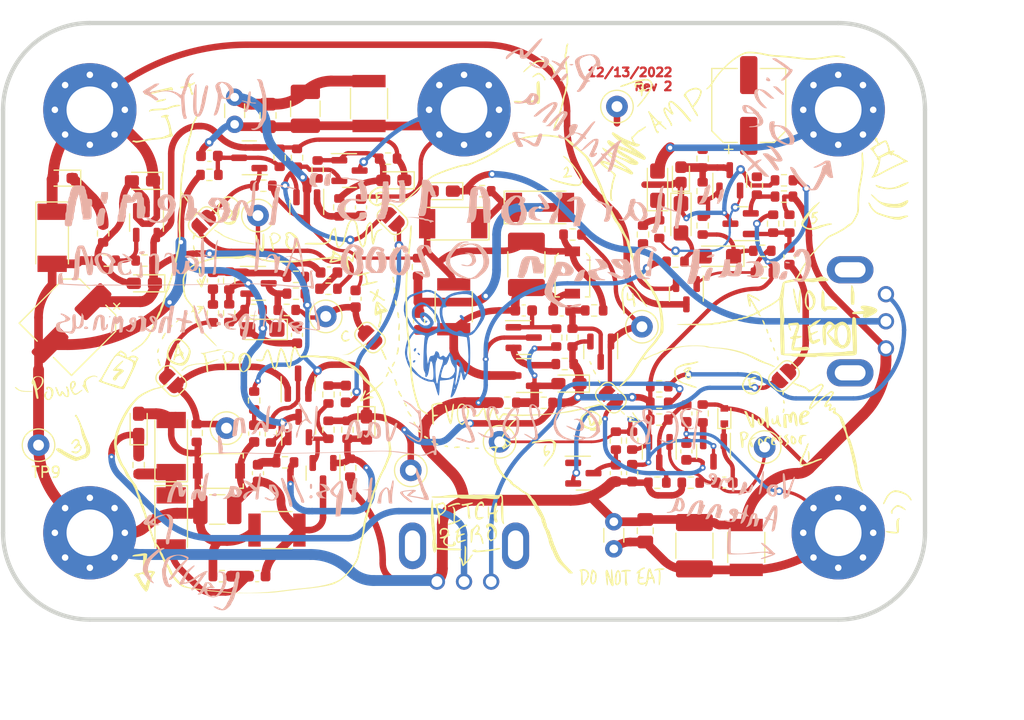
<source format=kicad_pcb>
(kicad_pcb (version 20221018) (generator pcbnew)
  (layers (0 "F.Cu" signal) (31 "B.Cu" signal) (34 "B.Paste" user) (35 "F.Paste" user) (36 "B.SilkS" user "B.Silkscreen") (37 "F.SilkS" user "F.Silkscreen") (38 "B.Mask" user) (39 "F.Mask" user) (44 "Edge.Cuts" user))
  (net 0 "")
  (net 1 "GND")
  (net 2 "+7.5V")
  (net 3 "Net-(Q1-B)")
  (net 4 "Net-(C2-Pad1)")
  (net 5 "Net-(Q1-C)")
  (net 6 "Net-(CR1-A)")
  (net 7 "Net-(Q2-B)")
  (net 8 "Net-(C8-Pad1)")
  (net 9 "F")
  (net 10 "Net-(C9-Pad1)")
  (net 11 "Net-(Q3-G)")
  (net 12 "Net-(C10-Pad1)")
  (net 13 "Net-(C11-Pad2)")
  (net 14 "Net-(JP6-A)")
  (net 15 "C")
  (net 16 "Net-(Q4-B)")
  (net 17 "Net-(Q4-C)")
  (net 18 "Net-(JP3-A)")
  (net 19 "Net-(J1-Pin_1)")
  (net 20 "D")
  (net 21 "Net-(Q5-G)")
  (net 22 "Net-(Q6-B)")
  (net 23 "Net-(Q7-B)")
  (net 24 "Net-(J2-Pin_1)")
  (net 25 "Net-(Q8-G)")
  (net 26 "Net-(Q9-C)")
  (net 27 "Net-(Q8-S)")
  (net 28 "Net-(C31-Pad1)")
  (net 29 "+9V")
  (net 30 "Net-(CR3-K)")
  (net 31 "E")
  (net 32 "Net-(Q12-C)")
  (net 33 "Net-(Q10-G)")
  (net 34 "Net-(C37-Pad1)")
  (net 35 "Net-(C37-Pad2)")
  (net 36 "Net-(C39-Pad1)")
  (net 37 "Net-(C40-Pad1)")
  (net 38 "Net-(Q11-B)")
  (net 39 "Net-(CR4-A)")
  (net 40 "Net-(Q12-B)")
  (net 41 "Net-(Q13-G)")
  (net 42 "Net-(JP5-B)")
  (net 43 "A")
  (net 44 "Net-(Q14-B)")
  (net 45 "B")
  (net 46 "Net-(Q14-C)")
  (net 47 "Net-(J4-Pin_1)")
  (net 48 "Net-(CR1-K)")
  (net 49 "Net-(CR4-K)")
  (net 50 "Net-(D1-K)")
  (net 51 "Net-(JP1-B)")
  (net 52 "Net-(JP2-A)")
  (net 53 "Net-(R32-Pad2)")
  (net 54 "Net-(R48-Pad2)")
  (net 55 "Net-(JP4-A)")
  (net 56 "Net-(Q1-E)")
  (net 57 "Net-(Q4-E)")
  (net 58 "Net-(Q9-E)")
  (net 59 "Net-(Q11-E)")
  (net 60 "Net-(Q14-E)")
  (net 61 "Net-(Q15-B)")
  (net 62 "Net-(Q15-E)")
  (net 63 "Net-(Q16-B)")
  (net 64 "Net-(Q16-E)")
  (net 65 "Net-(U1-ADJ)")
  (footprint "Resistor_SMD:R_0603_1608Metric" (layer "F.Cu") (at 159.525 66 180)
    (fp_text reference "R21" hide)
    (fp_text value "2.7M" hide)
  )
  (footprint "Capacitor_SMD:C_0603_1608Metric" (layer "F.Cu") (at 192 78.5)
    (fp_text reference "C26" hide)
    (fp_text value "10pF" hide)
  )
  (footprint "Diode_SMD:D_MELF" (layer "F.Cu") (at 156 91 90)
    (fp_text reference "CR2" hide)
    (fp_text value "SM4001" hide)
  )
  (footprint "Resistor_SMD:R_0603_1608Metric" (layer "F.Cu") (at 187 87 180)
    (fp_text reference "R37" hide)
    (fp_text value "10k" hide)
  )
  (footprint "Capacitor_SMD:C_0603_1608Metric" (layer "F.Cu") (at 167.6 80.75 90)
    (fp_text reference "C12" hide)
    (fp_text value "0.01uF" hide)
  )
  (footprint "Capacitor_SMD:CP_Elec_6.3x5.9" (layer "F.Cu") (at 209.25 59.6 90)
    (fp_text reference "C39" hide)
    (fp_text value "220uF" hide)
  )
  (footprint "Capacitor_SMD:C_0603_1608Metric" (layer "F.Cu") (at 207 94.375)
    (fp_text reference "C23" hide)
    (fp_text value "0.1uF" hide)
  )
  (footprint "Diode_SMD:D_MELF" (layer "F.Cu") (at 190 69)
    (fp_text reference "CR4" hide)
    (fp_text value "SM4001" hide)
  )
  (footprint "Resistor_SMD:R_0603_1608Metric" (layer "F.Cu") (at 176 64.5 180)
    (fp_text reference "R24" hide)
    (fp_text value "3300" hide)
  )
  (footprint "TestPoint:TestPoint_Loop_D1.80mm_Drill1.0mm_Beaded" (layer "F.Cu") (at 161.1 89.35 90)
    (fp_text reference "TP1" hide)
    (fp_text value "TestPoint" hide)
  )
  (footprint "Capacitor_SMD:C_0603_1608Metric" (layer "F.Cu") (at 203.5 88 90)
    (fp_text reference "C19" hide)
    (fp_text value "10pF" hide)
  )
  (footprint "Resistor_SMD:R_0603_1608Metric" (layer "F.Cu") (at 161.35 78.75 -90)
    (fp_text reference "R15" hide)
    (fp_text value "2200" hide)
  )
  (footprint "Capacitor_Tantalum_SMD:CP_EIA-2012-12_Kemet-R_Pad1.30x1.05mm_HandSolder" (layer "F.Cu") (at 153.525 76 180)
    (fp_text reference "C41" hide)
    (fp_text value "1uF" hide)
  )
  (footprint "Package_TO_SOT_SMD:SOT-23" (layer "F.Cu") (at 203.5 77 -90)
    (fp_text reference "Q15" hide)
    (fp_text value "MMBT3904" hide)
  )
  (footprint "Capacitor_THT:C_Disc_D3.0mm_W1.6mm_P2.50mm" (layer "F.Cu") (at 196.81 100.48 90)
    (fp_text reference "C24_TEST1" hide)
    (fp_text value "C" hide)
  )
  (footprint "Diode_SMD:D_MELF" (layer "F.Cu") (at 145.025 71.8 -90)
    (fp_text reference "CR6" hide)
    (fp_text value "SM4001" hide)
  )
  (footprint "Capacitor_SMD:CP_Elec_6.3x5.9" (layer "F.Cu") (at 146.81 79.67 -135)
    (fp_text reference "C32" hide)
    (fp_text value "220uF")
  )
  (footprint "Resistor_SMD:R_0603_1608Metric" (layer "F.Cu") (at 212.5 68)
    (fp_text reference "R46" hide)
    (fp_text value "220" hide)
  )
  (footprint "Resistor_SMD:R_0603_1608Metric" (layer "F.Cu") (at 153.55 73.9 180)
    (fp_text reference "R56" hide)
    (fp_text value "20.0K" hide)
  )
  (footprint "Capacitor_Tantalum_SMD:CP_EIA-2012-12_Kemet-R_Pad1.30x1.05mm_HandSolder" (layer "F.Cu") (at 153 89 90)
    (fp_text reference "C2" hide)
    (fp_text value "1uF" hide)
  )
  (footprint "Resistor_SMD:R_0603_1608Metric" (layer "F.Cu") (at 200.825 94.375 180)
    (fp_text reference "R28" hide)
    (fp_text value "2.7M" hide)
  )
  (footprint "Diode_SMD:D_SOD-523" (layer "F.Cu") (at 207 88.231098 90)
    (fp_text reference "CR3" hide)
    (fp_text value "1N914WT" hide)
  )
  (footprint "Capacitor_SMD:C_0603_1608Metric" (layer "F.Cu") (at 188.5 78.499998 180)
    (fp_text reference "C28" hide)
    (fp_text value "10pF" hide)
  )
  (footprint "Package_TO_SOT_SMD:SOT-23" (layer "F.Cu") (at 167.75 89.249999 90)
    (fp_text reference "Q2" hide)
    (fp_text value "MMBT3906" hide)
  )
  (footprint "Capacitor_Tantalum_SMD:CP_EIA-2012-12_Kemet-R_Pad1.30x1.05mm_HandSolder" (layer "F.Cu") (at 174 89.25 -90)
    (fp_text reference "C1" hide)
    (fp_text value "1uF" hide)
  )
  (footprint "Resistor_SMD:R_0603_1608Metric" (layer "F.Cu") (at 166 64.425 -90)
    (fp_text reference "R20" hide)
    (fp_text value "4.7M" hide)
  )
  (footprint "Resistor_SMD:R_0603_1608Metric" (layer "F.Cu") (at 153 92.750001 -90)
    (fp_text reference "R8" hide)
    (fp_text value "1M" hide)
  )
  (footprint "Capacitor_SMD:C_0603_1608Metric" (layer "F.Cu") (at 213 73.5 90)
    (fp_text reference "C35" hide)
    (fp_text value "0.1uF" hide)
  )
  (footprint "Resistor_SMD:R_0603_1608Metric" (layer "F.Cu") (at 201 87)
    (fp_text reference "R48" hide)
    (fp_text value "100K" hide)
  )
  (footprint "MountingHole:MountingHole_4.3mm_M4_Pad_Via" (layer "F.Cu") (at 148.5 99)
    (fp_text reference "J3" hide)
    (fp_text value "GROUND POINT" hide)
  )
  (footprint "Resistor_SMD:R_0603_1608Metric" (layer "F.Cu") (at 166.5 92.5 180)
    (fp_text reference "R4" hide)
    (fp_text value "100k" hide)
  )
  (footprint "Resistor_SMD:R_0603_1608Metric" (layer "F.Cu") (at 169.5 65.5 -90)
    (fp_text reference "R25" hide)
    (fp_text value "10k" hide)
  )
  (footprint "Resistor_SMD:R_0603_1608Metric" (layer "F.Cu") (at 191.5 80.999999 90)
    (fp_text reference "R38" hide)
    (fp_text value "100K" hide)
  )
  (footprint "Theremin:CAPV_JZ400" (layer "F.Cu") (at 192.992641 75 90)
    (fp_text reference "C25" hide)
    (fp_text value "3.5-40pF" hide)
  )
  (footprint "Resistor_SMD:R_0603_1608Metric" (layer "F.Cu") (at 190.340991 87.013277 180)
    (fp_text reference "R36" hide)
    (fp_text value "3300" hide)
  )
  (footprint "Diode_SMD:D_MELF" (layer "F.Cu") (at 156 97.95 -90)
    (fp_text reference "CR1" hide)
    (fp_text value "SM4001" hide)
  )
  (footprint "Theremin:L_1812_4532Metric" (layer "F.Cu") (at 165.75 98.75 180)
    (fp_text reference "L1" hide)
    (fp_text value "1mH")
  )
  (footprint "Capacitor_SMD:C_0603_1608Metric" (layer "F.Cu") (at 163.925 103.000002 180)
    (fp_text reference "C3" hide)
    (fp_text value "100pF" hide)
  )
  (footprint "Resistor_SMD:R_0603_1608Metric" (layer "F.Cu") (at 159.85 78.775 90)
    (fp_text reference "R11" hide)
    (fp_text value "10K" hide)
  )
  (footprint "Capacitor_SMD:C_0603_1608Metric" (layer "F.Cu") (at 172.1 86.2 -90)
    (fp_text reference "C8" hide)
    (fp_text value "0.01uF" hide)
  )
  (footprint "Theremin:CAPV_JZ400" (layer "F.Cu") (at 160.4 93.3 180)
    (fp_text reference "C7" hide)
    (fp_text value "3.5-40pF" hide)
  )
  (footprint "Resistor_SMD:R_0603_1608Metric" (layer "F.Cu") (at 172.25 89.500002 -90)
    (fp_text reference "R1" hide)
    (fp_text value "3300" hide)
  )
  (footprint "Capacitor_THT:C_Disc_D3.0mm_W1.6mm_P2.50mm" (layer "F.Cu") (at 161.85 61.34 90)
    (fp_text reference "C14_TEST1" hide)
    (fp_text value "C" hide)
  )
  (footprint "Capacitor_Tantalum_SMD:CP_EIA-2012-12_Kemet-R_Pad1.30x1.05mm_HandSolder" (layer "F.Cu") (at 153.35 66.55 180)
    (fp_text reference "C33" hide)
    (fp_text value "1uF" hide)
  )
  (footprint "Resistor_SMD:R_0603_1608Metric" (layer "F.Cu") (at 170.500001 89.500001 90)
    (fp_text reference "R2" hide)
    (fp_text value "22k" hide)
  )
  (footprint "Resistor_SMD:R_0603_1608Metric" (layer "F.Cu") (at 201 88.5625)
    (fp_text reference "R27" hide)
    (fp_text value "4.7M" hide)
  )
  (footprint "Capacitor_SMD:C_1812_4532Metric_Pad1.57x3.40mm_HandSolder" (layer "F.Cu") (at 188.75 74.249999 90)
    (fp_text reference "C27" hide)
    (fp_text value "330pF" hide)
  )
  (footprint "Capacitor_SMD:C_1210_3225Metric_Pad1.33x2.70mm_HandSolder" (layer "F.Cu") (at 168.37 59.9075 90)
    (fp_text reference "C16" hide)
    (fp_text value "150pF" hide)
  )
  (footprint "Resistor_SMD:R_0603_1608Metric" (layer "F.Cu") (at 163.6 78.45 180)
    (fp_text reference "R16" hide)
    (fp_text value "1000" hide)
  )
  (footprint "Resistor_SMD:R_0603_1608Metric" (layer "F.Cu") (at 161.35 75.75 90)
    (fp_text reference "R13" hide)
    (fp_text value "100K" hide)
  )
  (footprint "MountingHole:MountingHole_4.3mm_M4_Pad_Via" (layer "F.Cu") (at 148.5 60)
    (fp_text reference "J5" hide)
    (fp_text value "9V IN" hide)
  )
  (footprint "Resistor_SMD:R_0603_1608Metric" (layer "F.Cu") (at 199.5 71.5 -90)
    (fp_text reference "R53" hide)
    (fp_text value "10" hide)
  )
  (footprint "LED_SMD:LED_0603_1608Metric_Pad1.05x0.95mm_HandSolder" (layer "F.Cu") (at 146 66.3 180)
    (fp_text reference "D1" hide)
    (fp_text value "LED_GRN" hide)
  )
  (footprint "Theremin:L_1812_4532Metric" (layer "F.Cu") (at 209.02 100.35151 90)
    (fp_text reference "L3" hide)
    (fp_text value "1mH")
  )
  (footprint "Resistor_SMD:R_0603_1608Metric" (layer "F.Cu") (at 210 67 90)
    (fp_text reference "R47" hide)
    (fp_text value "33" hide)
  )
  (footprint "Resistor_SMD:R_0603_1608Metric" (layer "F.Cu") (at 170.5 76.5)
    (fp_text reference "R18" hide)
    (fp_text value "220K" hide)
  )
  (footprint "Package_TO_SOT_SMD:SOT-23" (layer "F.Cu") (at 163.2 64.425 180)
    (fp_text reference "Q5" hide)
    (fp_text value "SMP5484" hide)
  )
  (footprint "Resistor_SMD:R_0603_1608Metric" (layer "F.Cu") (at 166.65 78.45)
    (fp_text reference "R17" hide)
    (fp_text value "10K" hide)
  )
  (footprint "TestPoint:TestPoint_Loop_D1.80mm_Drill1.0mm_Beaded" (layer "F.Cu") (at 210.72 91.09)
    (fp_text reference "TP5" hide)
    (fp_text value "TestPoint" hide)
  )
  (footprint "Capacitor_Tantalum_SMD:CP_EIA-3216-18_Kemet-A" (layer "F.Cu") (at 203 70 -90)
    (fp_text reference "C38" hide)
    (fp_text value "10uF" hide)
  )
  (footprint "TestPoint:TestPoint_Loop_D1.80mm_Drill1.0mm_Beaded" (layer "F.Cu") (at 186.28 90.61)
    (fp_text reference "TP6" hide)
    (fp_text value "TestPoint" hide)
  )
  (footprint "Resistor_SMD:R_0603_1608Metric" (layer "F.Cu") (at 167.5 76.95)
    (fp_text reference "R14" hide)
    (fp_text value "2200" hide)
  )
  (footprint "Capacitor_SMD:C_1210_3225Metric_Pad1.33x2.70mm_HandSolder" (layer "F.Cu") (at 160.25 96.85 180)
    (fp_text reference "C6" hide)
    (fp_text value "150pF" hide)
  )
  (footprint "Capacitor_SMD:C_0603_1608Metric" (layer "F.Cu") (at 173 77.425 -90)
    (fp_text reference "C13" hide)
    (fp_text value "0.01uF" hide)
  )
  (footprint "Diode_SMD:D_MELF" (layer "F.Cu") (at 182 70.5 180)
    (fp_text reference "CR5" hide)
    (fp_text value "SM4001" hide)
  )
  (footprint "Capacitor_SMD:C_1812_4532Metric_Pad1.57x3.40mm_HandSolder" (layer "F.Cu") (at 204.24 100.19 90)
    (fp_text reference "C21" hide)
    (fp_text value "330pF" hide)
  )
  (footprint "Resistor_SMD:R_0603_1608Metric" (layer "F.Cu") (at 193 71.5 180)
    (fp_text reference "R31" hide)
    (fp_text value "2200" hide)
  )
  (footprint "Package_TO_SOT_SMD:SOT-23" (layer "F.Cu") (at 201 91.5625 -90)
    (fp_text reference "Q8" hide)
    (fp_text value "SMP5484" hide)
  )
  (footprint "Resistor_SMD:R_0603_1608Metric" (layer "F.Cu") (at 150.05 73.9 180)
    (fp_text reference "R57" hide)
    (fp_text value "3920" hide)
  )
  (footprint "Jumper:SolderJumper-2_P1.3mm_Open_RoundedPad1.0x1.5mm" (layer "F.Cu") (at 156 85 135)
    (fp_text reference "JP1" hide)
    (fp_text value "A" hide)
  )
  (footprint "Capacitor_Tantalum_SMD:CP_EIA-3216-18_Kemet-A" (layer "F.Cu") (at 206.5 73.5 180)
    (fp_text reference "C37" hide)
    (fp_text value "10uF" hide)
  )
  (footprint "Capacitor_SMD:C_0603_1608Metric" (layer "F.Cu") (at 164 93.5 -90)
    (fp_text reference "C4" hide)
    (fp_text value "10pF" hide)
  )
  (footprint "Resistor_SMD:R_0603_1608Metric" (layer "F.Cu") (at 167.6 64.425 -90)
    (fp_text reference "R22" hide)
    (fp_text value "22K" hide)
  )
  (footprint "Jumper:SolderJumper-2_P1.3mm_Open_RoundedPad1.0x1.5mm" (layer "F.Cu") (at 212.5 84.540381 45)
    (fp_text reference "JP5" hide)
    (fp_text value "E" hide)
  )
  (footprint "Resistor_SMD:R_0603_1608Metric" (layer "F.Cu") (at 149.725 71.4 -90)
    (fp_text reference "R58" hide)
    (fp_text value "1000" hide)
  )
  (footprint "Capacitor_SMD:C_0603_1608Metric" (layer "F.Cu") (at 203.5 91.5 90)
    (fp_text reference "C20" hide)
    (fp_text value "10pF" hide)
  )
  (footprint "Package_TO_SOT_SMD:SOT-23" (layer "F.Cu") (at 207.5 66.5 90)
    (fp_text reference "Q16" hide)
    (fp_text value "MMBT3906" hide)
  )
  (footprint "Resistor_SMD:R_0603_1608Metric" (layer "F.Cu") (at 205 88 90)
    (fp_text reference "R30" hide)
    (fp_text value "2200" hide)
  )
  (footprint "Jumper:SolderJumper-2_P1.3mm_Open_RoundedPad1.0x1.5mm" (layer "F.Cu") (at 174.3375 81 -45)
    (fp_text reference "JP3" hide)
    (fp_text value "C" hide)
  )
  (footprint "Package_TO_SOT_SMD:SOT-23" (layer "F.Cu") (at 172.4375 65.6)
    (fp_text reference "Q7" hide)
    (fp_text value "MMBT3906" hide)
  )
  (footprint "Resistor_SMD:R_0603_1608Metric" (layer "F.Cu") (at 184.675 67.5)
    (fp_text reference "R40" hide)
    (fp_text value "1M" hide)
  )
  (footprint "Package_TO_SOT_SMD:SOT-23" (layer "F.Cu") (at 195.6 82.3 -90)
    (fp_text reference "Q10" hide)
    (fp_text value "SMP5484" hide)
  )
  (footprint "Capacitor_Tantalum_SMD:CP_EIA-3216-18_Kemet-A" (layer "F.Cu") (at 164.4 80.25 180)
    (fp_text reference "C10" hide)
    (fp_text value "10uF" hide)
  )
  (footprint "Package_TO_SOT_SMD:SOT-23" (layer "F.Cu") (at 167.7 85.25 90)
    (fp_text reference "Q3" hide)
    (fp_text value "SMP5484" hide)
  )
  (footprint "Jumper:SolderJumper-2_P1.3mm_Open_RoundedPad1.0x1.5mm" (layer "F.Cu") (at 176.4 70.1 135)
    (fp_text reference "JP6" hide)
    (fp_text value "F" hide)
  )
  (footprint "Theremin:L_1812_4532Metric" (layer "F.Cu") (at 182.05 78.16 90)
    (fp_text reference "L4" hide)
    (fp_text value "1mH")
  )
  (footprint "Resistor_SMD:R_0603_1608Metric" (layer "F.Cu") (at 170.500001 86.250001 90)
    (fp_text reference "R10" hide)
    (fp_text value "1M" hide)
  )
  (footprint "Package_TO_SOT_SMD:SOT-23" (layer "F.Cu") (at 194 93.5)
    (fp_text reference "Q13" hide)
    (fp_text value "SMP5484" hide)
  )
  (footprint "Capacitor_Tantalum_SMD:CP_EIA-1608-08_AVX-J" (layer "F.Cu") (at 203 66 90)
    (fp_text reference "C36" hide)
    (fp_text value "0.47uF" hide)
  )
  (footprint "MountingHole:MountingHole_4.3mm_M4_Pad_Via" (layer "F.Cu") (at 217.5 60)
    (fp_text reference "J4" hide)
    (fp_text value "LINE OUT" hide)
  )
  (footprint "Capacitor_SMD:C_0603_1608Metric" (layer "F.Cu") (at 198.5 93.5 90)
    (fp_text reference "C22" hide)
    (fp_text value "0.1uF" hide)
  )
  (footprint "TestPoint:TestPoint_Loop_D1.80mm_Drill1.0mm_Beaded" (layer "F.Cu") (at 164 69.75)
    (fp_text reference "TP3" hide)
    (fp_text value "TestPoint" hide)
  )
  (footprint "Theremin:FrontSilk" (layer "F.Cu") (at 183 79.4)
    (fp_text reference "Ge" hide)
    (fp_text value "LOGO" hide)
  )
  (footprint "Resistor_SMD:R_0603_1608Metric" (layer "F.Cu") (at 210.649999 75 180)
    (fp_text reference "R49" hide)
    (fp_text value "22K" hide)
  )
  (footprint "Resistor_SMD:R_0603_1608Metric" (layer "F.Cu") (at 165.2 89.85 -90)
    (fp_text reference "R6" hide)
    (fp_text value "2.7M" hide)
  )
  (footprint "Resistor_SMD:R_0603_1608Metric" (layer "F.Cu") (at 195 78.5)
    (fp_text reference "R34" hide)
    (fp_text value "2.7M" hide)
  )
  (footprint "Theremin:L_1812_4532Metric" (layer "F.Cu") (at 174.24 59.42151 90)
    (fp_text reference "L2" hide)
    (fp_text value "1mH")
  )
  (footprint "Package_TO_SOT_SMD:SOT-23" (layer "F.Cu") (at 206 91.5 -90)
    (fp_text reference "Q9" hide)
    (fp_text value "MMBT3904" hide)
  )
  (footprint "Package_TO_SOT_SMD:SOT-23" (layer "F.Cu") (at 170 93.5 -90)
    (fp_text reference "Q1" hide)
    (fp_text value "MMBT3906" hide)
  )
  (footprint "Resistor_SMD:R_0603_1608Metric" (layer "F.Cu") (at 205 67.5 90)
    (fp_text reference "R52" hide)
    (fp_text value "22K" hide)
  )
  (footprint "Resistor_SMD:R_0603_1608Metric" (layer "F.Cu") (at 205 70.675 -90)
    (fp_text reference "R51" hide)
    (fp_text value "4700" hide)
  )
  (footprint "Resistor_SMD:R_0603_1608Metric" (layer "F.Cu") (at 205 64.5 -90)
    (fp_text reference "R55" hide)
    (fp_text value "100K" hide)
  )
  (footprint "Resistor_SMD:R_0603_1608Metric" (layer "F.Cu") (at 158.35 89.8 -90)
    (fp_text reference "R7" hide)
    (fp_text value "2200" hide)
  )
  (footprint "Capacitor_SMD:C_0805_2012Metric_Pad1.18x1.45mm_HandSolder" (layer "F.Cu") (at 199.71 98.81 90)
    (fp_text reference "C24" hide)
    (fp_text value "C_Mica" hide)
  )
  (footprint "Resistor_SMD:R_0603_1608Metric" (layer "F.Cu") (at 167.5 75.4)
    (fp_text reference "R12" hide)
    (fp_text value "150K" hide)
  )
  (footprint "Package_TO_SOT_SMD:SOT-23" (layer "F.Cu") (at 188.500001 84.500001 180)
    (fp_text reference "Q12" hide)
    (fp_text value "MMBT3906" hide)
  )
  (footprint "Resistor_SMD:R_0603_1608Metric" (layer "F.Cu") (at 160.675 103 180)
    (fp_text reference "R9" hide)
    (fp_text value "1M" hide)
  )
  (footprint "Jumper:SolderJumper-2_P1.3mm_Open_RoundedPad1.0x1.5mm" (layer "F.Cu") (at 196.540381 86.540381 -45)
    (fp_text reference "JP4" hide)
    (fp_text value "D" hide)
  )
  (footprint "Resistor_SMD:R_0603_1608Metric" (layer "F.Cu") (at 201 85.5)
    (fp_text reference "R32" hide)
    (fp_text value "33K" hide)
  )
  (footprint "Resistor_SMD:R_0603_1608Metric" (layer "F.Cu") (at 171.5 69 90)
    (fp_text reference "R23" hide)
    (fp_text value "100K" hide)
  )
  (footprint "Resistor_SMD:R_0603_1608Metric" (layer "F.Cu") (at 198.5 90.5 90)
    (fp_text reference "R26" hide)
    (fp_text value "68K" hide)
  )
  (footprint "Resistor_SMD:R_0603_1608Metric" (layer "F.Cu") (at 197 90.5 -90)
    (fp_text reference "R41" hide)
    (fp_text value "100K" hide)
  )
  (footprint "TestPoint:TestPoint_Loop_D1.80mm_Drill1.0mm_Beaded" (layer "F.Cu") (at 143.77 90.92)
    (fp_text reference "TP9")
    (fp_text value "TestPoint")
  )
  (footprint "Resistor_SMD:R_0603_1608Metric" (layer "F.Cu") (at 201 71 90)
    (fp_text reference "R54" hide)
    (fp_text value "10" hide)
  )
  (footprint "TestPoint:TestPoint_Loop_D1.80mm_Drill1.0mm_Beaded" (layer "F.Cu") (at 170.25 79.05 90)
    (fp_text reference "TP2" hide)
    (fp_text value "TestPoint" hide)
  )
  (footprint "Package_TO_SOT_SMD:SOT-23" (layer "F.Cu") (at 208.5 70.5 180)
    (fp_text reference "Q14" hide)
    (fp_text value "MMBT3904" hide)
  )
  (footprint "Resistor_SMD:R_0603_1608Metric" (layer "F.Cu") (at 211.5 70.5 -90)
    (fp_text reference "R44" hide)
    (fp_text value "100K" hide)
  )
  (footprint "Jumper:SolderJumper-2_P1.3mm_Open_RoundedPad1.0x1.5mm" (layer "F.Cu") (at 159 70.35 45)
    (fp_text reference "JP2" hide)
    (fp_text value "B" hide)
  )
  (footprint "Package_TO_SOT_SMD:SOT-23" (layer "F.Cu") (at 164.05 76)
    (fp_text reference "Q4" hide)
    (fp_text value "MMBT3904" hide)
  )
  (footprint "MountingHole:MountingHole_4.3mm_M4_Pad_Via" (layer "F.Cu") (at 217.5 99)
    (fp_text reference "J2" hide)
    (fp_text value "VOLUME ANTENNA" hide)
  )
  (footprint "Resistor_SMD:R_0603_1608Metric" (layer "F.Cu") (at 172.5 93 -90)
    (fp_text reference "R3" hide)
    (fp_text value "10k" hide)
  )
  (footprint "Capacitor_Tantalum_SMD:CP_EIA-3216-18_Kemet-A" (layer "F.Cu") (at 200.835508 66.994616 90)
    (fp_text reference "C40" hide)
    (fp_text value "10uF" hide)
  )
  (footprint "Resistor_SMD:R_0603_1608Metric" (layer "F.Cu") (at 212.5 66.5)
    (fp_text reference "R43" hide)
    (fp_text value "680" hide)
  )
  (footprint "Resistor_SMD:R_0603_1608Metric" (layer "F.Cu") (at 203.902238 94.379312 180)
    (fp_text reference "R29" hide)
    (fp_text value "2200" hide)
  )
  (footprint "Resistor_SMD:R_0603_1608Metric" (layer "F.Cu") (at 192.285534 83.442387)
    (fp_text reference "R35" hide)
    (fp_text value "22k" hide)
  )
  (footprint "Capacitor_Tantalum_SMD:CP_EIA-2012-12_Kemet-R_Pad1.30x1.05mm_HandSolder" (layer "F.Cu") (at 181 67.5 180)
    (fp_text reference "C31" hide)
    (fp_text value "1uF" hide)
  )
  (footprint "TestPoint:TestPoint_Loop_D1.80mm_Drill1.0mm_Beaded" (layer "F.Cu") (at 178.09 93.24)
    (fp_text reference "TP8" hide)
    (fp_text value "TestPoint" hide)
  )
  (footprint "TestPoint:TestPoint_Loop_D1.80mm_Drill1.0mm_Beaded" (layer "F.Cu") (at 199.4 80)
    (fp_text reference "TP4" hide)
    (fp_text value "TestPoint" hide)
  )
  (footprint "Capacitor_SMD:C_0805_2012Metric_Pad1.18x1.45mm_HandSolder" (layer "F.Cu") (at 164.93 60.52 90)
    (fp_text reference "C14" hide)
    (fp_text value "C_Mica" hide)
  )
  (footprint "Capacitor_SMD:C_0603_1608Metric" (layer "F.Cu") (at 170.55 75)
    (fp_text reference "C11" hide)
    (fp_text value "0.01uF" hide)
  )
  (footprint "Resistor_SMD:R_0603_1608Metric" (layer "F.Cu") (at 164.5 67)
    (fp_text reference "R19" hide)
    (fp_text value "2200" hide)
  )
  (footprint "Package_TO_SOT_SMD:SOT-23-5" (layer "F.Cu") (at 153.725 70.4 -90)
    (fp_text reference "U1" hide)
    (fp_text value "LDK320-ADJ_SOT23_SOT353" hide)
  )
  (footprint "Package_TO_SOT_SMD:SOT-23" (layer "F.Cu") (at 168.5 69 -90)
    (fp_text reference "Q6" hide)
    (fp_text value "MMBT3906" hide)
  )
  (footprint "Resistor_SMD:R_0603_1608Metric" (layer "F.Cu") (at 210.5 73 180)
    (fp_text reference "R50" hide)
    (fp_text value "4700" hide)
  )
  (footprint "Capacitor_SMD:C_0603_1608Metric" (layer "F.Cu") (at 173.5 69 90)
    (fp_text reference "C17" hide)
    (fp_text value "10pF" hide)
  )
  (footprint "Capacitor_SMD:C_0603_1608Metric" (layer "F.Cu") (at 159.85 75.75 90)
    (fp_text reference "C9" hide)
    (fp_text value "0.01uF" hide)
  )
  (footprint "Resistor_SMD:R_0603_1608Metric" (layer "F.Cu") (at 213 70.5 90)
    (fp_text reference "R45" hide)
    (fp_text value "33K" hide)
  )
  (footprint "TestPoint:TestPoint_Loop_D1.80mm_Drill1.0mm_Beaded" (layer "F.Cu") (at 197.1 59.7)
    (fp_text reference "TP7" hide)
    (fp_text value "TestPoint" hide)
  )
  (footprint "Resistor_SMD:R_0603_1608Metric" (layer "F.Cu") (at 202.5 74 180)
    (fp_text reference "R42" hide)
    (fp_text value "1M" hide)
  )
  (footprint "Resistor_SMD:R_0603_1608Metric" (layer "F.Cu") (at 193 81 90)
    (fp_text reference "R33" hide)
    (fp_text value "4.7M" hide)
  )
  (footprint "Resistor_SMD:R_0603_1608Metric" (layer "F.Cu") (at 178.75 74.5 90)
    (fp_text reference "R39" hide)
    (fp_text value "1M" hide)
  )
  (footprint "Capacitor_SMD:C_0603_1608Metric" (layer "F.Cu") (at 159.525 64.25 180)
    (fp_text reference "C15" hide)
    (fp_text value "10pF" hide)
  )
  (footprint "MountingHole:MountingHole_4.3mm_M4_Pad_Via" (layer "F.Cu") (at 183 60)
    (fp_text reference "J1" hide)
    (fp_text value "PITCH ANTENNA" hide)
  )
  (footprint "Package_TO_SOT_SMD:SOT-23" (layer "F.Cu") (at 188.5 81)
    (fp_text reference "Q11" hide)
    (fp_text value "MMBT3906" hide)
  )
  (footprint "Capacitor_SMD:C_0603_1608Metric" (layer "F.Cu") (at 163.65 89.85 90)
    (fp_text reference "C5" hide)
    (fp_text value "10pF" hide)
  )
  (footprint "Capacitor_SMD:C_0603_1608Metric" (layer "F.Cu") (at 197 93.5 90)
    (fp_text reference "C34" hide)
    (fp_text value "0.1uF" hide)
  )
  (footprint "Capacitor_SMD:C_0603_1608Metric" (layer "F.Cu") (at 178.86 79.51 90)
    (fp_text reference "C29" hide)
    (fp_text value "100pF" hide)
  )
  (footprint "Capacitor_Tantalum_SMD:CP_EIA-2012-12_Kemet-R_Pad1.30x1.05mm_HandSolder" (layer "F.Cu") (at 176.525 66.5 180)
    (fp_text reference "C18" hide)
    (fp_text value "1uF" hide)
  )
  (footprint "Capacitor_Tantalum_SMD:CP_EIA-2012-12_Kemet-R_Pad1.30x1.05mm_HandSolder" (layer "F.Cu") (at 192.674443 85.24551 180)
    (fp_text reference "C30" hide)
    (fp_text value "1uF" hide)
  )
  (footprint "Resistor_SMD:R_0603_1608Metric" (layer "F.Cu") (at 163.65 86.8 -90)
    (fp_text reference "R5" hide)
    (fp_text value "4.7M" hide)
  )
  (footprint "Theremin:PTV09A3015FB103" (layer "B.Cu") (at 221.9 79.499999 -90)
    (fp_text reference "RV1" hide)
    (fp_text value "10K" hide)
  )
  (footprint "Theremin:PTV09A3015FB103" (layer "B.Cu") (at 183 103.5 180)
    (fp_text reference "RV2" hide)
    (fp_text value "10K" hide)
  )
  (footprint "Theremin:RearSilk" (layer "B.Cu") (at 183.3 79.4 180)
    (fp_text reference "G***" hide)
    (fp_text value "LOGO" hide)
  )
  (footprint "Theremin:walrus" (layer "B.Cu") (at 160.4945 50.126215 180)
    (fp_text reference "G***" hide)
    (fp_text value "LOGO" hide)
  )
  (gr_arc locked (start 225.5 99) (mid 223.156854 104.656854) (end 217.5 107) (stroke (width 0.4)) (layer "Edge.Cuts"))
  (gr_arc locked (start 217.5 52) (mid 223.156854 54.343146) (end 225.5 60) (stroke (width 0.4)) (layer "Edge.Cuts"))
  (gr_line locked (start 225.5 60) (end 225.5 99) (stroke (width 0.4)) (layer "Edge.Cuts"))
  (gr_line locked (start 140.5 99) (end 140.5 60) (stroke (width 0.4)) (layer "Edge.Cuts"))
  (gr_line locked (start 217.5 107) (end 148.5 107) (stroke (width 0.4)) (layer "Edge.Cuts"))
  (gr_arc (start 148.5 107) (mid 142.843146 104.656854) (end 140.5 99) (stroke (width 0.4)) (layer "Edge.Cuts"))
  (gr_arc locked (start 140.5 60) (mid 142.843146 54.343146) (end 148.5 52) (stroke (width 0.4)) (layer "Edge.Cuts"))
  (gr_line locked (start 148.5 52) (end 217.5 52) (stroke (width 0.4)) (layer "Edge.Cuts"))
  (gr_text "12/13/2022\nRev 2\n" (at 202.32 57.19) (layer "F.Cu") (effects (font (size 0.8 0.8) (thickness 0.2) bold) (justify right)))
  (segment (start 158.45 91.65) (end 158.45 90.866421) (width 0.6) (layer "F.Cu") (net 1))
  (segment (start 153.725 69.2625) (end 153.725 68.543198) (width 0.6) (layer "F.Cu") (net 1))
  (segment (start 210.888635 89.141824) (end 214.828406 93.081594) (width 0.4) (layer "F.Cu") (net 1))
  (segment (start 162.738172 76) (end 163.1 76) (width 0.6) (layer "F.Cu") (net 1))
  (segment (start 158.45 91.65) (end 157.827817 91.65) (width 0.6) (layer "F.Cu") (net 1))
  (segment (start 204.24 98.0525) (end 206.017041 98.0525) (width 0.8) (layer "F.Cu") (net 1))
  (segment (start 212.525 68) (end 212.525 68.528249) (width 0.4) (layer "F.Cu") (net 1))
  (segment (start 205 66.675) (end 205 65.325) (width 0.6) (layer "F.Cu") (net 1))
  (segment (start 179.6 70.5) (end 179.6 68.52604) (width 0.6) (layer "F.Cu") (net 1))
  (segment (start 143.77 79.147553) (end 143.77 83.952325) (width 0.8) (layer "F.Cu") (net 1))
  (segment (start 178.75 73.675) (end 173.614715 73.675) (width 0.3) (layer "F.Cu") (net 1))
  (segment (start 172.5 93.825) (end 172.5 94.292894) (width 0.6) (layer "F.Cu") (net 1))
  (segment (start 152.60481 67.104809) (end 153.5 68) (width 0.6) (layer "F.Cu") (net 1))
  (segment (start 163.401132 59.4825) (end 164.93 59.4825) (width 1) (layer "F.Cu") (net 1))
  (segment (start 183.051909 87) (end 184.328427 87) (width 1) (layer "F.Cu") (net 1))
  (segment (start 219.8 88.11) (end 214.828406 93.081594) (width 1) (layer "F.Cu") (net 1))
  (segment (start 151.5 69.5) (end 151.5 68.662436) (width 0.6) (layer "F.Cu") (net 1))
  (segment (start 181.824346 93.394346) (end 180.084889 91.654889) (width 1) (layer "F.Cu") (net 1))
  (segment (start 175.5 101.5) (end 175.5 101.792894) (width 0.6) (layer "F.Cu") (net 1))
  (segment (start 149.725 72.225) (end 150.828249 71.121751) (width 0.6) (layer "F.Cu") (net 1))
  (segment (start 168.897748 70.897747) (end 170.292893 72.292893) (width 0.3) (layer "F.Cu") (net 1))
  (segment (start 197 94.275) (end 198.5 94.275) (width 0.6) (layer "F.Cu") (net 1))
  (segment (start 166.1 89.55) (end 166.1 89.27128) (width 0.4) (layer "F.Cu") (net 1))
  (segment (start 200 94.375) (end 200 94.561594) (width 0.6) (layer "F.Cu") (net 1))
  (segment (start 214.8 71.6) (end 214.8 71.560965) (width 0.6) (layer "F.Cu") (net 1))
  (segment (start 203.077238 94.941105) (end 203.077238 94.379312) (width 0.6) (layer "F.Cu") (net 1))
  (segment (start 156.9 72.2) (end 156.9 70.345584) (width 0.6) (layer "F.Cu") (net 1))
  (segment (start 206.36 65.325) (end 206.926625 65.325) (width 0.6) (layer "F.Cu") (net 1))
  (segment (start 149.225 73.9) (end 150.458794 75.133794) (width 0.6) (layer "F.Cu") (net 1))
  (segment (start 213.77 93.52) (end 213.727056 93.52) (width 1) (layer "F.Cu") (net 1))
  (segment (start 183.914213 96) (end 192.835483 96) (width 1) (layer "F.Cu") (net 1))
  (segment (start 179.6 70.5) (end 179.6 72.64896) (width 0.6) (layer "F.Cu") (net 1))
  (segment (start 181.649748 75.123706) (end 180.638021 74.111979) (width 0.6) (layer "F.Cu") (net 1))
  (segment (start 165.837652 68.237653) (end 166.65 69.05) (width 0.4) (layer "F.Cu") (net 1))
  (segment (start 205 65.325) (end 203.090533 65.325) (width 0.8) (layer "F.Cu") (net 1))
  (segment (start 173.5 74.45) (end 173.5 75.442894) (width 0.3) (layer "F.Cu") (net 1))
  (segment (start 200 94.375) (end 198.741421 94.375) (width 0.6) (layer "F.Cu") (net 1))
  (segment (start 179.858615 88.411385) (end 180.01 88.26) (width 1) (layer "F.Cu") (net 1))
  (segment (start 221.9 81.999999) (end 217.133452 77.233451) (width 0.6) (layer "F.Cu") (net 1))
  (segment (start 165.2 90.675) (end 165.232684 90.675) (width 0.4) (layer "F.Cu") (net 1))
  (segment (start 205 65.325) (end 206.36 65.325) (width 0.6) (layer "F.Cu") (net 1))
  (segment (start 185 82.707106) (end 185 83) (width 0.4) (layer "F.Cu") (net 1))
  (segment (start 144.830101 81.649899) (end 146.434811 81.649899) (width 1) (layer "F.Cu") (net 1))
  (segment (start 166.65 69.05) (end 166.856909 69.256909) (width 0.4) (layer "F.Cu") (net 1))
  (segment (start 156.035355 88.514644) (end 156.4 88.15) (width 0.6) (layer "F.Cu") (net 1))
  (segment (start 156.547056 97.2) (end 157.842526 97.2) (width 1) (layer "F.Cu") (net 1))
  (segment (start 158.45 96.276625) (end 158.45 93.3) (width 0.6) (layer "F.Cu") (net 1))
  (segment (start 164.93 59.4825) (end 165.623833 59.4825) (width 1) (layer "F.Cu") (net 1))
  (segment (start 148.5 99) (end 152.201472 99) (width 1) (layer "F.Cu") (net 1))
  (segment (start 167.572142 88.312499) (end 167.75 88.312499) (width 0.6) (layer "F.Cu") (net 1))
  (segment (start 212.525 68) (end 213.325 68) (width 0.4) (layer "F.Cu") (net 1))
  (segment (start 200.889411 95.55) (end 202.125026 95.55) (width 0.6) (layer "F.Cu") (net 1))
  (segment (start 161.35 77.925) (end 161.35 76.575) (width 0.6) (layer "F.Cu") (net 1))
  (segment (start 181 102.292894) (end 181 98.207106) (width 1) (layer "F.Cu") (net 1))
  (segment (start 165.232684 90.675) (end 165.91779 89.989894) (width 0.4) (layer "F.Cu") (net 1))
  (segment (start 156 89.892894) (end 156 88.6) (width 0.6) (layer "F.Cu") (net 1))
  (segment (start 196.717049 97.755598) (end 194.64 95.678548) (width 0.8) (layer "F.Cu") (net 1))
  (segment (start 145.025 74.2) (end 145.025 76.117715) (width 0.8) (layer "F.Cu") (net 1))
  (segment (start 158.6875 96.85) (end 158.6875 98.183427) (width 0.8) (layer "F.Cu") (net 1))
  (segment (start 180.638021 74.111979) (end 179.475521 72.949479) (width 0.6) (layer "F.Cu") (net 1))
  (segment (start 164.45 80.15) (end 164.45 80.520432) (width 0.6) (layer "F.Cu") (net 1))
  (segment (start 210.258505 95.291496) (end 210.83 94.72) (width 1) (layer "F.Cu") (net 1))
  (segment (start 160.357106 99.8) (end 161.145076 99.8) (width 0.8) (layer "F.Cu") (net 1))
  (segment (start 189.4375 81) (end 186.707106 81) (width 0.4) (layer "F.Cu") (net 1))
  (segment (start 168.5 69.9375) (end 168.5 67.707106) (width 0.6) (layer "F.Cu") (net 1))
  (segment (start 184.328427 87) (end 186.175 87) (width 1) (layer "F.Cu") (net 1))
  (segment (start 173 95.5) (end 173.025126 95.525126) (width 0.6) (layer "F.Cu") (net 1))
  (segment (start 201.675 74) (end 201.368266 74) (width 0.6) (layer "F.Cu") (net 1))
  (segment (start 196.81 97.98) (end 199.209051 97.98) (width 0.8) (layer "F.Cu") (net 1))
  (segment (start 167.6 81.525) (end 166.128122 81.525) (width 0.6) (layer "F.Cu") (net 1))
  (segment (start 177.207106 103.5) (end 180.5 103.5) (width 0.6) (layer "F.Cu") (net 1))
  (segment (start 172.853554 73.353554) (end 173.181801 73.681801) (width 0.3) (layer "F.Cu") (net 1))
  (segment (start 170.768497 57.35151) (end 174.24 57.35151) (width 1) (layer "F.Cu") (net 1))
  (segment (start 209.02 98.28151) (end 206.569919 98.28151) (width 0.8) (layer "F.Cu") (net 1))
  (segment (start 158.45 93.3) (end 158.45 91.65) (width 0.6) (layer "F.Cu") (net 1))
  (segment (start 143.77 90.92) (end 143.77 83.952325) (width 1) (layer "F.Cu") (net 1))
  (segment (start 205 87.175) (end 206.140304 87.175) (width 0.4) (layer "F.Cu") (net 1))
  (segment (start 153 88.025) (end 154.611828 88.025) (width 1) (layer "F.Cu") (net 1))
  (segment (start 178.75 73.675) (end 179.475521 72.949479) (width 0.6) (layer "F.Cu") (net 1))
  (segment (start 199.71 97.7725) (end 203.564021 97.7725) (width 0.8) (layer "F.Cu") (net 1))
  (segment (start 221.9 81.999999) (end 221.9 83.040152) (width 1) (layer "F.Cu") (net 1))
  (segment (start 168.527851 67.4) (end 168.527851 67.177005) (width 0.8) (layer "F.Cu") (net 1))
  (segment (start 192.992641 73.05) (end 191.013327 73.05) (width 0.6) (layer "F.Cu") (net 1))
  (segment (start 145.025 74.2) (end 147.017158 74.2) (width 0.8) (layer "F.Cu") (net 1))
  (segment (start 186.607384 73) (end 183.322575 73) (width 0.6) (layer "F.Cu") (net 1))
  (segment (start 193.659189 74.659189) (end 194.640607 75.640607) (width 0.6) (layer "F.Cu") (net 1))
  (segment (start 149.225 73.9) (end 149.225 73.432106) (width 0.6) (layer "F.Cu") (net 1))
  (segment (start 147.741421 73.9) (end 149.225 73.9) (width 0.8) (layer "F.Cu") (net 1))
  (segment (start 159.85 103) (end 159.85 101.024262) (width 0.8) (layer "F.Cu") (net 1))
  (via (at 168.13203 66.221409) (size 0.8) (drill 0.4) (layers "F.Cu" "B.Cu") (net 1))
  (via (at 185 83) (size 0.55) (drill 0.254) (layers "F.Cu" "B.Cu") (net 1))
  (via (at 164.45 80.15) (size 0.8) (drill 0.4) (layers "F.Cu" "B.Cu") (net 1))
  (via (at 156.9 72.2) (size 0.8) (drill 0.4) (layers "F.Cu" "B.Cu") (net 1))
  (via (at 184.328427 87) (size 0.55) (drill 0.254) (layers "F.Cu" "B.Cu") (net 1))
  (via (at 199.886043 74.613957) (size 0.8) (drill 0.4) (layers "F.Cu" "B.Cu") (net 1))
  (via (at 166.2745 88.85) (size 0.8) (drill 0.4) (layers "F.Cu" "B.Cu") (net 1))
  (via (at 155.85 77.75) (size 0.8) (drill 0.4) (layers "F.Cu" "B.Cu") (net 1))
  (via (at 163.1 76) (size 0.8) (drill 0.4) (layers "F.Cu" "B.Cu") (net 1))
  (arc (start 166.2745 88.85) (mid 166.869863 88.452191) (end 167.572142 88.312499) (width 0.6) (layer "F.Cu") (net 1))
  (arc (start 217.133452 77.233451) (mid 215.406444 74.648802) (end 214.8 71.6) (width 0.6) (layer "F.Cu") (net 1))
  (arc (start 159.15 99.3) (mid 159.703825 99.670054) (end 160.357106 99.8) (width 0.8) (layer "F.Cu") (net 1))
  (arc (start 175.5 101.792894) (mid 175.629946 102.446175) (end 176 103) (width 0.6) (layer "F.Cu") (net 1))
  (arc (start 173.025126 95.525126) (mid 174.856801 98.266421) (end 175.5 101.5) (width 0.6) (layer "F.Cu") (net 1))
  (arc (start 165.325 67) (mid 165.458234 67.669813) (end 165.837652 68.237653) (width 0.4) (layer "F.Cu") (net 1))
  (arc (start 214.828406 93.081594) (mid 214.342806 93.406062) (end 213.77 93.52) (width 1) (layer "F.Cu") (net 1))
  (arc (start 173.181801 73.681801) (mid 173.417302 74.034253) (end 173.5 74.45) (width 0.3) (layer "F.Cu") (net 1))
  (arc (start 200.31 95.31) (mid 200.575835 95.487626) (end 200.889411 95.55) (width 0.6) (layer "F.Cu") (net 1))
  (arc (start 207 87.531098) (mid 209.104514 87.949712) (end 210.888635 89.141824) (width 0.4) (layer "F.Cu") (net 1))
  (arc (start 166.856909 69.256909) (mid 167.610765 69.76062) (end 168.5 69.9375) (width 0.4) (layer "F.Cu") (net 1))
  (arc (start 221.9 83.040152) (mid 221.354228 85.783934) (end 219.8 88.11) (width 1) (layer "F.Cu") (net 1))
  (arc (start 212.525 68.528249) (mid 212.648448 69.148866) (end 213 69.675) (width 0.4) (layer "F.Cu") (net 1))
  (arc (start 145.025 76.117715) (mid 144.096164 77.507816) (end 143.77 79.147553) (width 0.8) (layer "F.Cu") (net 1))
  (arc (start 180.5 103.5) (mid 180.870054 102.946175) (end 181 102.292894) (width 1) (layer "F.Cu") (net 1))
  (arc (start 206.926625 65.325) (mid 207.236933 65.386724) (end 207.5 65.5625) (width 0.6) (layer "F.Cu") (net 1))
  (arc (start 161.145076 99.8) (mid 162.516967 99.527114) (end 163.68 98.75) (width 0.8) (layer "F.Cu") (net 1))
  (arc (start 172 73) (mid 172.46194 73.091885) (end 172.853554 73.353554) (width 0.3) (layer "F.Cu") (net 1))
  (arc (start 203.564021 97.7725) (mid 203.929858 97.845269) (end 204.24 98.0525) (width 0.8) (layer "F.Cu") (net 1))
  (arc (start 153.65 98.4) (mid 154.97918 97.51187) (end 156.547056 97.2) (width 1) (layer "F.Cu") (net 1))
  (arc (start 182.05 76.09) (mid 181.945978 75.567045) (end 181.649748 75.123706) (width 0.6) (layer "F.Cu") (net 1))
  (arc (start 183.322575 73) (mid 181.869705 73.288994) (end 180.638021 74.111979) (width 0.6) (layer "F.Cu") (net 1))
  (arc (start 198.741421 94.375) (mid 198.610765 94.349011) (end 198.5 94.275) (width 0.6) (layer "F.Cu") (net 1))
  (arc (start 173.5 75.442894) (mid 173.370054 76.096175) (end 173 76.65) (width 0.3) (layer "F.Cu") (net 1))
  (arc (start 157.827817 91.65) (mid 157.109208 91.50706) (end 156.5 91.1) (width 0.6) (layer "F.Cu") (net 1))
  (arc (start 154.611828 88.025) (mid 155.363101 88.174438) (end 156 88.6) (width 1) (layer "F.Cu") (net 1))
  (arc (start 168.5 67.707106) (mid 168.629946 67.053825) (end 169 66.5) (width 0.6) (layer "F.Cu") (net 1))
  (arc (start 156.9 70.345584) (mid 157.367805 67.993771) (end 158.7 66) (width 0.6) (layer "F.Cu") (net 1))
  (arc (start 206.140304 87.175) (mid 206.605568 87.267547) (end 207 87.531098) (width 0.4) (layer "F.Cu") (net 1))
  (arc (start 153.725 68.543198) (mid 153.666525 68.249221) (end 153.5 68) (width 0.6) (layer "F.Cu") (net 1))
  (arc (start 206.017041 98.0525) (mid 206.105233 98.070043) (end 206.18 98.12) (width 0.8) (layer "F.Cu") (net 1))
  (arc (start 209.02 98.28151) (mid 209.341877 96.663326) (end 210.258505 95.291496) (width 1) (layer "F.Cu") (net 1))
  (arc (start 169 66.5) (mid 169.193838 66.370481) (end 169.422487 66.325) (width 0.6) (layer "F.Cu") (net 1))
  (arc (start 213.727056 93.52) (mid 212.159181 93.83187) (end 210.83 94.72) (width 1) (layer "F.Cu") (net 1))
  (arc (start 181.5 97) (mid 182.607651 96.259891) (end 183.914213 96) (width 1) (layer "F.Cu") (net 1))
  (arc (start 201.368266 74) (mid 200.566093 74.159562) (end 199.886043 74.613957) (width 0.6) (layer "F.Cu") (net 1))
  (arc (start 152.201472 99) (mid 152.985409 98.844066) (end 153.65 98.4) (width 1) (layer "F.Cu") (net 1))
  (arc (start 164.45 80.520432) (mid 164.389435 80.824913) (end 164.21696 81.08304) (width 0.6) (layer "F.Cu") (net 1))
  (arc (start 186.707106 81) (mid 186.053825 81.129946) (end 185.5 81.5) (width 0.4) (layer "F.Cu") (net 1))
  (arc (start 168.527851 67.177005) (mid 168.424981 66.65984) (end 168.13203 66.221409) (width 0.8) (layer "F.Cu") (net 1))
  (arc (start 200 94.561594) (mid 200.080566 94.966628) (end 200.31 95.31) (width 0.6) (layer "F.Cu") (net 1))
  (arc (start 185.5 81.5) (mid 185.129946 82.053825) (end 185 82.707106) (width 0.4) (layer "F.Cu") (net 1))
  (arc (start 202.97 95.2) (mid 203.049368 95.081219) (end 203.077238 94.941105) (width 0.6) (layer "F.Cu") (net 1))
  (arc (start 147.5 74) (mid 147.610765 73.925989) (end 147.741421 73.9) (width 0.8) (layer "F.Cu") (net 1))
  (arc (start 182.96 96.136057) (mid 182.664853 94.652254) (end 181.824346 93.394346) (width 1) (layer "F.Cu") (net 1))
  (arc (start 158.6875 98.183427) (mid 158.8077 98.787712) (end 159.15 99.3) (width 0.8) (layer "F.Cu") (net 1))
  (arc (start 180.084889 91.654889) (mid 179.503987 90.785507) (end 179.3 89.76) (width 1) (layer "F.Cu") (net 1))
  (arc (start 172.5 94.292894) (mid 172.629946 94.946175) (end 173 95.5) (width 0.6) (layer "F.Cu") (net 1))
  (arc (start 161.85 58.84) (mid 162.561665 59.31552) (end 163.401132 59.4825) (width 1) (layer "F.Cu") (net 1))
  (arc (start 191.013327 73.05) (mid 189.788423 72.806351) (end 188.75 72.112499) (width 0.6) (layer "F.Cu") (net 1))
  (arc (start 194.640607 75.640607) (mid 195.517186 76.9525) (end 195.825 78.5) (width 0.6) (layer "F.Cu") (net 1))
  (arc (start 179.6 68.52604) (mid 179.710454 67.970751) (end 180.025 67.5) (width 0.6) (layer "F.Cu") (net 1))
  (arc (start 151.5 68.662436) (mid 151.727405 67.519194) (end 152.375 66.55) (width 0.6) (layer "F.Cu") (net 1))
  (arc (start 192.992641 73.05) (mid 193.165871 73.920887) (end 193.659189 74.659189) (width 0.6) (layer "F.Cu") (net 1))
  (arc (start 206.569919 98.28151) (mid 206.358897 98.239535) (end 206.18 98.12) (width 0.8) (layer "F.Cu") (net 1))
  (arc (start 150.458794 75.133794) (mid 151.418248 75.774881) (end 152.55 76) (width 0.6) (layer "F.Cu") (net 1))
  (arc (start 150.828249 71.121751) (mid 151.325418 70.377685) (end 151.5 69.5) (width 0.6) (layer "F.Cu") (net 1))
  (arc (start 180.01 88.26) (mid 181.40564 87.327463) (end 183.051909 87) (width 1) (layer "F.Cu") (net 1))
  (arc (start 165.623833 59.4825) (mid 167.110048 59.186874) (end 168.37 58.345) (width 1) (layer "F.Cu") (net 1))
  (arc (start 158.45 90.866421) (mid 158.424011 90.735765) (end 158.35 90.625) (width 0.6) (layer "F.Cu") (net 1))
  (arc (start 158.6875 96.85) (mid 158.511725 96.586934) (end 158.45 96.276625) (width 0.6) (layer "F.Cu") (net 1))
  (arc (start 196.530545 94.469455) (mid 196.745932 94.325537) (end 197 94.275) (width 1) (layer "F.Cu") (net 1))
  (arc (start 147.017158 74.2) (mid 147.27847 74.148021) (end 147.5 74) (width 0.8) (layer "F.Cu") (net 1))
  (arc (start 152.375 66.55) (mid 152.434726 66.850261) (end 152.60481 67.104809) (width 0.6) (layer "F.Cu") (net 1))
  (arc (start 168.5 69.9375) (mid 168.603371 70.457182) (end 168.897748 70.897747) (width 0.3) (layer "F.Cu") (net 1))
  (arc (start 166.128122 81.525) (mid 164.462255 81.193638) (end 163.05 80.25) (width 0.6) (layer "F.Cu") (net 1))
  (arc (start 192.835483 96) (mid 194.835236 95.602224) (end 196.530545 94.469455) (width 1) (layer "F.Cu") (net 1))
  (arc (start 143.77 90.92) (mid 144.385633 94.014996) (end 146.138808 96.638807) (width 1) (layer "F.Cu") (net 1))
  (arc (start 196.81 97.98) (mid 196.785843 97.858554) (end 196.717049 97.755598) (width 0.8) (layer "F.Cu") (net 1))
  (arc (start 157.842526 97.2) (mid 158.299822 97.109038) (end 158.6875 96.85) (width 1) (layer "F.Cu") (net 1))
  (arc (start 173.614715 73.675) (mid 173.439441 73.709863) (end 173.290851 73.809149) (width 0.3) (layer "F.Cu") (net 1))
  (arc (start 176 103) (mid 176.553825 103.370054) (end 177.207106 103.5) (width 0.6) (layer "F.Cu") (net 1))
  (arc (start 214.8 71.560965) (mid 214.41666 69.633785) (end 213.325 68) (width 0.6) (layer "F.Cu") (net 1))
  (arc (start 202.125026 95.55) (mid 202.582322 95.459038) (end 202.97 95.2) (width 0.6) (layer "F.Cu") (net 1))
  (arc (start 168.37 58.345) (mid 169.470439 57.60971) (end 170.768497 57.35151) (width 1) (layer "F.Cu") (net 1))
  (arc (start 192.175 71.5) (mid 192.309586 72.176611) (end 192.692856 72.750215) (width 0.6) (layer "F.Cu") (net 1))
  (arc (start 149.225 73.432106) (mid 149.354946 72.778825) (end 149.725 72.225) (width 0.6) (layer "F.Cu") (net 1))
  (arc (start 156.5 91.1) (mid 156.129946 90.546175) (end 156 89.892894) (width 0.6) (layer "F.Cu") (net 1))
  (arc (start 179.475521 72.949479) (mid 179.567649 72.8116) (end 179.6 72.64896) (width 0.6) (layer "F.Cu") (net 1))
  (arc (start 146.434811 81.649899) (mid 151.530275 80.636349) (end 155.85 77.75) (width 1) (layer "F.Cu") (net 1))
  (arc (start 159.85 101.024262) (mid 159.981793 100.361697) (end 160.357106 99.8) (width 0.8) (layer "F.Cu") (net 1))
  (arc (start 170.292893 72.292893) (mid 171.07612 72.816229) (end 172 73) (width 0.3) (layer "F.Cu") (net 1))
  (arc (start 165.91779 89.989894) (mid 166.052645 89.788069) (end 166.1 89.55) (width 0.4) (layer "F.Cu") (net 1))
  (arc (start 166.1 89.27128) (mid 166.145351 89.043285) (end 166.2745 88.85) (width 0.4) (layer "F.Cu") (net 1))
  (arc (start 199.209051 97.98) (mid 199.480162 97.926073) (end 199.71 97.7725) (width 0.8) (layer "F.Cu") (net 1))
  (arc (start 181 98.207106) (mid 181.129946 97.553825) (end 181.5 97) (width 1) (layer "F.Cu") (net 1))
  (arc (start 156 88.6) (mid 156.009189 88.553806) (end 156.035355 88.514644) (width 0.6) (layer "F.Cu") (net 1))
  (arc (start 188.75 72.112499) (mid 187.76696 72.769346) (end 186.607384 73) (width 0.6) (layer "F.Cu") (net 1))
  (arc (start 179.3 89.76) (mid 179.445179 89.030134) (end 179.858615 88.411385) (width 1) (layer "F.Cu") (net 1))
  (arc (start 161.35 76.575) (mid 161.986898 76.149438) (end 162.738172 76) (width 0.6) (layer "F.Cu") (net 1))
  (segment (start 156.9 75.215076) (end 156.9 72.2) (width 1) (layer "B.Cu") (net 1))
  (segment (start 162.7 85.55) (end 162.7 85.63934) (width 0.6) (layer "B.Cu") (net 1))
  (segment (start 185 83) (end 185 82.12132) (width 0.4) (layer "B.Cu") (net 1))
  (segment (start 164.45 80.15) (end 164.45 80.210051) (width 0.6) (layer "B.Cu") (net 1))
  (segment (start 153.328427 101) (end 168.87868 101) (width 1) (layer "B.Cu") (net 1))
  (segment (start 192.535533 76) (end 196.53984 76) (width 0.4) (layer "B.Cu") (net 1))
  (segment (start 174.672792 103.4) (end 180.5 103.4) (width 1) (layer "B.Cu") (net 1))
  (segment (start 185 83) (end 185 85.37868) (width 0.4) (layer "B.Cu") (net 1))
  (segment (start 158.969238 74.8) (end 160.45 74.8) (width 0.6) (layer "B.Cu") (net 1))
  (segment (start 162.7 84.434924) (end 162.7 85.55) (width 0.6) (layer "B.Cu") (net 1))
  (segment (start 166.22071 88.85) (end 166.2745 88.85) (width 0.6) (layer "B.Cu") (net 1))
  (segment (start 156.9 72.2) (end 156.9 72.942894) (width 0.6) (layer "B.Cu") (net 1))
  (segment (start 163.45 87.45) (end 163.880761 87.880761) (width 0.6) (layer "B.Cu") (net 1))
  (segment (start 164.8 61.65) (end 164.8 61.51066) (width 0.8) (layer "B.Cu") (net 1))
  (segment (start 164.45 79.259188) (end 164.45 80.15) (width 0.6) (layer "B.Cu") (net 1))
  (segment (start 163.1 76) (end 162.925305 75.825305) (width 0.6) (layer "B.Cu") (net 1))
  (segment (start 161.973777 58.84) (end 161.85 58.84) (width 0.8) (layer "B.Cu") (net 1))
  (segment (start 168.13203 66.221409) (end 165.676373 63.765752) (width 0.8) (layer "B.Cu") (net 1))
  (arc (start 185 82.12132) (mid 185.389837 80.161476) (end 186.5 78.5) (width 0.4) (layer "B.Cu") (net 1))
  (arc (start 196.53984 76) (mid 198.350792 75.639779) (end 199.886043 74.613957) (width 0.4) (layer "B.Cu") (net 1))
  (arc (start 163.880761 87.880761) (mid 164.954338 88.598103) (end 166.22071 88.85) (width 0.6) (layer "B.Cu") (net 1))
  (arc (start 164.8 61.51066) (mid 164.605081 60.530738) (end 164.05 59.7) (width 0.8) (layer "B.Cu") (net 1))
  (arc (start 164.45 80.210051) (mid 164.268076 81.124645) (end 163.75 81.9) (width 0.6) (layer "B.Cu") (net 1))
  (arc (start 163.75 81.9) (mid 162.972886 83.063033) (end 162.7 84.434924) (width 0.6) (layer "B.Cu") (net 1))
  (arc (start 148.5 99) (mid 150.715301 100.480217) (end 153.328427 101) (width 1) (layer "B.Cu") (net 1))
  (arc (start 157.4 74.15) (mid 158.119972 74.631071) (end 158.969238 74.8) (width 0.6) (layer "B.Cu") (net 1))
  (arc (start 172.5 102.5) (mid 173.496885 103.166098) (end 174.672792 103.4) (width 1) (layer "B.Cu") (net 1))
  (arc (start 156.9 72.942894) (mid 157.029946 73.596175) (end 157.4 74.15) (width 0.6) (layer "B.Cu") (net 1))
  (arc (start 163.1 76) (mid 164.099146 77.495328) (end 164.45 79.259188) (width 0.6) (layer "B.Cu") (net 1))
  (arc (start 155.85 77.75) (mid 156.627114 76.586967) (end 156.9 75.215076) (width 1) (layer "B.Cu") (net 1))
  (arc (start 185 85.37868) (mid 184.825464 86.256132) (end 184.328427 87) (width 0.4) (layer "B.Cu") (net 1))
  (arc (start 164.05 59.7) (mid 163.097421 59.063507) (end 161.973777 58.84) (width 0.8) (layer "B.Cu") (net 1))
  (arc (start 186.5 78.5) (mid 189.269126 76.649729) (end 192.535533 76) (width 0.4) (layer "B.Cu") (net 1))
  (arc (start 165.676373 63.765752) (mid 165.027763 62.795037) (end 164.8 61.65) (width 0.8) (layer "B.Cu") (net 1))
  (arc (start 162.925305 75.825305) (mid 161.789626 75.066468) (end 160.45 74.8) (width 0.6) (layer "B.Cu") (net 1))
  (arc (start 162.7 85.63934) (mid 162.894919 86.619262) (end 163.45 87.45) (width 0.6) (layer "B.Cu") (net 1))
  (arc (start 168.87868 101) (mid 170.838524 101.389838) (end 172.5 102.5) (width 1) (layer "B.Cu") (net 1))
  (segment (start 154.375 73.9) (end 154.375 72.261764) (width 0.6) (layer "F.Cu") (net 2))
  (segment (start 158.56066 61.5) (end 158.75 61.5) (width 0.6) (layer "F.Cu") (net 2))
  (segment (start 198.967894 86.5) (end 198.5 86.5) (width 0.6) (layer "F.Cu") (net 2))
  (segment (start 194.65 81.3625) (end 194.116573 81.3625) (width 0.4) (layer "F.Cu") (net 2))
  (segment (start 153.151107 77.690101) (end 148.789899 77.690101) (width 1) (layer "F.Cu") (net 2))
  (segment (start 193.649443 86.139213) (end 193.649443 85.24551) (width 0.8) (layer "F.Cu") (net 2))
  (segment (start 193.649443 85.24551) (end 193.649443 84.743428) (width 0.8) (layer "F.Cu") (net 2))
  (segment (start 156 70.146447) (end 156 64.06066) (width 0.6) (layer "F.Cu") (net 2))
  (segment (start 177.5 66.5) (end 177.5 66.129594) (width 0.6) (layer "F.Cu") (net 2))
  (segment (start 211.103767 75.896233) (end 210.853554 76.146446) (width 0.4) (layer "F.Cu") (net 2))
  (segment (start 164.018416 85.018415) (end 164 85) (width 0.4) (layer "F.Cu") (net 2))
  (segment (start 200.05 90.625) (end 200.05 88.864276) (width 0.4) (layer "F.Cu") (net 2))
  (segment (start 159.55 73.25) (end 159.543171 73.256829) (width 0.6) (layer "F.Cu") (net 2))
  (segment (start 170.500001 88.675001) (end 172.25 88.675002) (width 0.6) (layer "F.Cu") (net 2))
  (segment (start 160.03033 62.03033) (end 160.5 62.5) (width 0.6) (layer "F.Cu") (net 2))
  (segment (start 176.84468 64.547512) (end 177.023584 64.726416) (width 0.4) (layer "F.Cu") (net 2))
  (segment (start 154.375 74.9) (end 154.375 75.698224) (width 0.8) (layer "F.Cu") (net 2))
  (segment (start 163.65 85.975) (end 163.65 85.844974) (width 0.4) (layer "F.Cu") (net 2))
  (segment (start 154.375 73.9) (end 154.375 74.9) (width 0.8) (layer "F.Cu") (net 2))
  (segment (start 168.325 76.95) (end 168.325 77.454585) (width 0.4) (layer "F.Cu") (net 2))
  (segment (start 158.358452 73.25) (end 159.55 73.25) (width 0.6) (layer "F.Cu") (net 2))
  (segment (start 200.175 87) (end 200.175 85.5) (width 0.4) (layer "F.Cu") (net 2))
  (segment (start 162.853858 63.475) (end 164.1375 63.475) (width 0.6) (layer "F.Cu") (net 2))
  (segment (start 155.165793 71.334207) (end 155.75 70.75) (width 0.6) (layer "F.Cu") (net 2))
  (segment (start 170.827817 83.5) (end 172.292894 83.5) (width 0.6) (layer "F.Cu") (net 2))
  (segment (start 167.298224 63.475) (end 164.1375 63.475) (width 0.4) (layer "F.Cu") (net 2))
  (segment (start 191.165991 87.013277) (end 192.26084 87.013277) (width 0.8) (layer "F.Cu") (net 2))
  (segment (start 174 88.275) (end 174.542589 88.275) (width 0.6) (layer "F.Cu") (net 2))
  (segment (start 210.347703 70.152297) (end 210 70.5) (width 0.4) (layer "F.Cu") (net 2))
  (segment (start 168.65 86.1875) (end 168.65 86.102081) (width 0.6) (layer "F.Cu") (net 2))
  (segment (start 193 83.175535) (end 193 81.825) (width 0.6) (layer "F.Cu") (net 2))
  (segment (start 176.825 64.034619) (end 176.825 64.5) (width 0.4) (layer "F.Cu") (net 2))
  (segment (start 211.103767 74.103767) (end 211 74) (width 0.4) (layer "F.Cu") (net 2))
  (segment (start 189.260173 88.91) (end 183.56 88.91) (width 0.6) (layer "F.Cu") (net 2))
  (segment (start 169.652081 62.75) (end 175.292894 62.75) (width 0.4) (layer "F.Cu") (net 2))
  (segment (start 190.762423 87.987578) (end 190.25 88.5) (width 0.6) (layer "F.Cu") (net 2))
  (segment (start 178.09 93.24) (end 178.09 90.924386) (width 0.6) (layer "F.Cu") (net 2))
  (segment (start 200.175 88.5625) (end 200.175 87) (width 0.4) (layer "F.Cu") (net 2))
  (segment (start 168.325 76.95) (end 168.325 75.4) (width 0.4) (layer "F.Cu") (net 2))
  (segment (start 167.6 63.6) (end 167.625 63.625) (width 0.4) (layer "F.Cu") (net 2))
  (segment (start 174 88.275) (end 173.21569 88.275) (width 0.6) (layer "F.Cu") (net 2))
  (segment (start 201.359404 82.640596) (end 205.732233 78.267767) (width 0.4) (layer "F.Cu") (net 2))
  (segment (start 174 85.207106) (end 174 88.275) (width 0.6) (layer "F.Cu") (net 2))
  (segment (start 214.135875 66.835876) (end 214.56 67.26) (width 0.4) (layer "F.Cu") (net 2))
  (via (at 214.56 67.26) (size 0.7064) (drill 0.4064) (layers "F.Cu" "B.Cu") (net 2))
  (via (at 164 85) (size 0.55) (drill 0.254) (layers "F.Cu" "B.Cu") (net 2))
  (via (at 210 70.5) (size 0.7064) (drill 0.4064) (layers "F.Cu" "B.Cu") (net 2))
  (via (at 159.53826 73.268685) (size 0.8) (drill 0.4) (layers "F.Cu" "B.Cu") (net 2))
  (via (at 193.5 86.5) (size 0.7064) (drill 0.4064) (layers "F.Cu" "B.Cu") (net 2))
  (via (at 183.56 88.91) (size 0.7064) (drill 0.4064) (layers "F.Cu" "B.Cu") (net 2))
  (via (at 211 74) (size 0.55) (drill 0.254) (layers "F.Cu" "B.Cu") (net 2))
  (via (at 177.5 89.5) (size 0.55) (drill 0.254) (layers "F.Cu" "B.Cu") (net 2))
  (via (at 168.551809 78.00215) (size 0.8) (drill 0.4) (layers "F.Cu" "B.Cu") (net 2))
  (via (at 169.5 84.05) (size 0.8) (drill 0.4) (layers "F.Cu" "B.Cu") (net 2))
  (via (at 198.5 86.5) (size 0.8) (drill 0.4) (layers "F.Cu" "B.Cu") (net 2))
  (arc (start 153.934314 77.365686) (mid 153.574976 77.605788) (end 153.151107 77.690101) (width 1) (layer "F.Cu") (net 2))
  (arc (start 156 64.06066) (mid 156.194919 63.080738) (end 156.75 62.25) (width 0.6) (layer "F.Cu") (net 2))
  (arc (start 154.675 71.5375) (mid 154.940615 71.484666) (end 155.165793 71.334207) (width 0.6) (layer "F.Cu") (net 2))
  (arc (start 178.09 90.924386) (mid 177.936664 90.153514) (end 177.5 89.5) (width 0.6) (layer "F.Cu") (net 2))
  (arc (start 193.5 86.5) (mid 193.610604 86.334469) (end 193.649443 86.139213) (width 0.8) (layer "F.Cu") (net 2))
  (arc (start 173.5 84) (mid 173.870054 84.553825) (end 174 85.207106) (width 0.6) (layer "F.Cu") (net 2))
  (arc (start 167.6 63.6) (mid 167.461544 63.507487) (end 167.298224 63.475) (width 0.4) (layer "F.Cu") (net 2))
  (arc (start 200.05 88.864276) (mid 200.082486 88.700956) (end 200.175 88.5625) (width 0.4) (layer "F.Cu") (net 2))
  (arc (start 194.116573 81.3625) (mid 193.512288 81.4827) (end 193 81.825) (width 0.4) (layer "F.Cu") (net 2))
  (arc (start 176.825 64.5) (mid 176.830115 64.525713) (end 176.84468 64.547512) (width 0.4) (layer "F.Cu") (net 2))
  (arc (start 154.375 72.261764) (mid 154.452967 71.869796) (end 154.675 71.5375) (width 0.6) (layer "F.Cu") (net 2))
  (arc (start 191.165991 87.013277) (mid 191.061107 87.540565) (end 190.762423 87.987578) (width 0.6) (layer "F.Cu") (net 2))
  (arc (start 168.325 77.454585) (mid 168.383946 77.750925) (end 168.551809 78.00215) (width 0.4) (layer "F.Cu") (net 2))
  (arc (start 190.25 88.5) (mid 189.795864 88.803444) (end 189.260173 88.91) (width 0.6) (layer "F.Cu") (net 2))
  (arc (start 173.21569 88.275) (mid 172.693063 88.378957) (end 172.25 88.675002) (width 0.6) (layer "F.Cu") (net 2))
  (arc (start 168.65 86.102081) (mid 168.870908 84.991503) (end 169.5 84.05) (width 0.6) (layer "F.Cu") (net 2))
  (arc (start 177.5 66.129594) (mid 177.324573 65.247664) (end 176.825 64.5) (width 0.6) (layer "F.Cu") (net 2))
  (arc (start 172.292894 83.5) (mid 172.946175 83.629946) (end 173.5 84) (width 0.6) (layer "F.Cu") (net 2))
  (arc (start 158.75 61.5) (mid 159.44291 61.637828) (end 160.03033 62.03033) (width 0.6) (layer "F.Cu") (net 2))
  (arc (start 167.6 63.6) (mid 168.541503 62.970907) (end 169.652081 62.75) (width 0.4) (layer "F.Cu") (net 2))
  (arc (start 163.65 85.844974) (mid 163.740962 85.387678) (end 164 85) (width 0.4) (layer "F.Cu") (net 2))
  (arc (start 213.325 66.5) (mid 213.763843 66.587291) (end 214.135875 66.835876) (width 0.4) (layer "F.Cu") (net 2))
  (arc (start 169.5 84.05) (mid 170.109207 83.642941) (end 170.827817 83.5) (width 0.6) (layer "F.Cu") (net 2))
  (arc (start 154.375 75.698224) (mid 154.407486 75.861544) (end 154.5 76) (width 0.8) (layer "F.Cu") (net 2))
  (arc (start 200.175 85.5) (mid 200.482817 83.952502) (end 201.359404 82.640596) (width 0.4) (layer "F.Cu") (net 2))
  (arc (start 175.292894 62.75) (mid 175.946175 62.879946) (end 176.5 63.25) (width 0.4) (layer "F.Cu") (net 2))
  (arc (start 211.474999 75) (mid 211.378519 74.514962) (end 211.103767 74.103767) (width 0.4) (layer "F.Cu") (net 2))
  (arc (start 198.5 91.325) (mid 199.285298 91.168795) (end 199.951041 90.723959) (width 0.4) (layer "F.Cu") (net 2))
  (arc (start 174.542589 88.275) (mid 176.143128 88.593367) (end 177.5 89.5) (width 0.6) (layer "F.Cu") (net 2))
  (arc (start 200.175 87) (mid 199.621175 86.629946) (end 198.967894 86.5) (width 0.6) (layer "F.Cu") (net 2))
  (arc (start 205.732233 78.267767) (mid 207.690301 76.959428) (end 210 76.5) (width 0.4) (layer "F.Cu") (net 2))
  (arc (start 193.110534 83.442387) (mid 193.028727 83.319955) (end 193 83.175535) (width 0.6) (layer "F.Cu") (net 2))
  (arc (start 160.5 62.5) (mid 161.57996 63.221605) (end 162.853858 63.475) (width 0.6) (layer "F.Cu") (net 2))
  (arc (start 156.75 62.25) (mid 157.580737 61.694919) (end 158.56066 61.5) (width 0.6) (layer "F.Cu") (net 2))
  (arc (start 153.934314 77.365686) (mid 154.352983 76.739104) (end 154.5 76) (width 1) (layer "F.Cu") (net 2))
  (arc (start 154.375 74.9) (mid 156.202623 73.678821) (end 158.358452 73.25) (width 0.6) (layer "F.Cu") (net 2))
  (arc (start 210.853554 76.146446) (mid 210.46194 76.408114) (end 210 76.5) (width 0.4) (layer "F.Cu") (net 2))
  (arc (start 159.543171 73.256829) (mid 159.539537 73.262268) (end 159.53826 73.268685) (width 0.6) (layer "F.Cu") (net 2))
  (arc (start 211.5 69.675) (mid 210.876381 69.799045) (end 210.347703 70.152297) (width 0.4) (layer "F.Cu") (net 2))
  (arc (start 192.26084 87.013277) (mid 192.931469 86.87988) (end 193.5 86.5) (width 0.8) (layer "F.Cu") (net 2))
  (arc (start 176.5 63.25) (mid 176.740535 63.609986) (end 176.825 64.034619) (width 0.4) (layer "F.Cu") (net 2))
  (arc (start 211.474999 75) (mid 211.378519 75.485038) (end 211.103767 75.896233) (width 0.4) (layer "F.Cu") (net 2))
  (arc (start 155.75 70.75) (mid 155.935027 70.473088) (end 156 70.146447) (width 0.6) (layer "F.Cu") (net 2))
  (arc (start 193.649443 84.743428) (mid 193.509385 84.03931) (end 193.110534 83.442387) (width 0.8) (layer "F.Cu") (net 2))
  (segment (start 198.5 86.5) (end 193.5 86.5) (width 0.6) (layer "B.Cu") (net 2))
  (segment (start 168.551809 77.954976) (end 168.551809 78.00215) (width 0.6) (layer "B.Cu") (net 2))
  (segment (start 177.5 89.5) (end 178.04603 90.04603) (width 0.6) (layer "B.Cu") (net 2))
  (segment (start 168.551809 78.00215) (end 168.551809 81.567816) (width 0.4) (layer "B.Cu") (net 2))
  (segment (start 214.56 67.26) (end 214.56 69.669218) (width 0.4) (layer "B.Cu") (net 2))
  (segment (start 179.48 90.64) (end 180.580173 90.64) (width 0.6) (layer "B.Cu") (net 2))
  (segment (start 159.53826 73.268685) (end 164.248054 73.268685) (width 0.6) (layer "B.Cu") (net 2))
  (segment (start 213.52 72.18) (end 212.194975 73.505025) (width 0.4) (layer "B.Cu") (net 2))
  (segment (start 168.276568 82.826567) (end 169.5 84.05) (width 0.4) (layer "B.Cu") (net 2))
  (segment (start 210 71.585787) (end 210 70.5) (width 0.4) (layer "B.Cu") (net 2))
  (segment (start 166.551472 83.5) (end 165.707106 83.5) (width 0.4) (layer "B.Cu") (net 2))
  (segment (start 182.416239 89.383762) (end 181.57 90.23) (width 0.6) (layer "B.Cu") (net 2))
  (segment (start 164.353553 84.146446) (end 164.5 84) (width 0.4) (layer "B.Cu") (net 2))
  (arc (start 168.205857 82.655857) (mid 168.224234 82.748245) (end 168.276568 82.826567) (width 0.4) (layer "B.Cu") (net 2))
  (arc (start 211 74) (mid 210.259891 72.89235) (end 210 71.585787) (width 0.4) (layer "B.Cu") (net 2))
  (arc (start 164.5 84) (mid 165.053825 83.629946) (end 165.707106 83.5) (width 0.4) (layer "B.Cu") (net 2))
  (arc (start 168 82.9) (mid 167.33541 83.344065) (end 166.551472 83.5) (width 0.4) (layer "B.Cu") (net 2))
  (arc (start 164 85) (mid 164.091886 84.53806) (end 164.353553 84.146446) (width 0.4) (layer "B.Cu") (net 2))
  (arc (start 180.580173 90.64) (mid 181.115864 90.533445) (end 181.57 90.23) (width 0.6) (layer "B.Cu") (net 2))
  (arc (start 168.551809 81.567816) (mid 168.408398 82.288788) (end 168 82.9) (width 0.4) (layer "B.Cu") (net 2))
  (arc (start 212.194975 73.505025) (mid 211.646716 73.87136) (end 211 74) (width 0.4) (layer "B.Cu") (net 2))
  (arc (start 167.1 74.45) (mid 168.174496 76.058096) (end 168.551809 77.954976) (width 0.6) (layer "B.Cu") (net 2))
  (arc (start 183.56 88.91) (mid 182.941001 89.033127) (end 182.416239 89.383762) (width 0.6) (layer "B.Cu") (net 2))
  (arc (start 178.04603 90.04603) (mid 178.703941 90.485632) (end 179.48 90.64) (width 0.6) (layer "B.Cu") (net 2))
  (arc (start 164.248054 73.268685) (mid 165.791515 73.575699) (end 167.1 74.45) (width 0.6) (layer "B.Cu") (net 2))
  (arc (start 214.56 69.669218) (mid 214.289713 71.028043) (end 213.52 72.18) (width 0.4) (layer "B.Cu") (net 2))
  (segment (start 172.25 90.325002) (end 173.758574 90.325002) (width 0.6) (layer "F.Cu") (net 3))
  (segment (start 173.652297 92.652297) (end 174 93) (width 0.6) (layer "F.Cu") (net 3))
  (segment (start 170.95 92.5625) (end 171.564493 92.5625) (width 0.6) (layer "F.Cu") (net 3))
  (segment (start 172.25 90.325002) (end 172.25 91.571447) (width 0.6) (layer "F.Cu") (net 3))
  (segment (start 167 94.5) (end 167 93.284619) (width 0.6) (layer "F.Cu") (net 3))
  (via (at 174 93) (size 0.55) (drill 0.254) (layers "F.Cu" "B.Cu") (net 3))
  (via (at 167 94.5) (size 0.55) (drill 0.254) (layers "F.Cu" "B.Cu") (net 3))
  (arc (start 172.25 91.571447) (mid 172.314973 91.898087) (end 172.5 92.175) (width 0.6) (layer "F.Cu") (net 3))
  (arc (start 171.564493 92.5625) (mid 172.070786 92.461792) (end 172.5 92.175) (width 0.6) (layer "F.Cu") (net 3))
  (arc (start 167 93.284619) (mid 167.084465 92.859987) (end 167.325 92.5) (width 0.6) (layer "F.Cu") (net 3))
  (arc (start 172.5 92.175) (mid 173.123619 92.299045) (end 173.652297 92.652297) (width 0.6) (layer "F.Cu") (net 3))
  (arc (start 173.758574 90.325002) (mid 173.889233 90.299012) (end 174 90.225) (width 0.6) (layer "F.Cu") (net 3))
  (segment (start 174.5 94.5) (end 174.5 95.292894) (width 0.6) (layer "B.Cu") (net 3))
  (segment (start 167 95.292894) (end 167 94.5) (width 0.6) (layer "B.Cu") (net 3))
  (segment (start 174.5 94.207106) (end 174.5 94.5) (width 0.6) (layer "B.Cu") (net 3))
  (segment (start 169 97) (end 168.707106 97) (width 0.6) (layer "B.Cu") (net 3))
  (segment (start 172.792894 97) (end 169 97) (width 0.6) (layer "B.Cu") (net 3))
  (arc (start 167.5 96.5) (mid 167.129946 95.946175) (end 167 95.292894) (width 0.6) (layer "B.Cu") (net 3))
  (arc (start 174 93) (mid 174.370054 93.553825) (end 174.5 94.207106) (width 0.6) (layer "B.Cu") (net 3))
  (arc (start 168.707106 97) (mid 168.053825 96.870054) (end 167.5 96.5) (width 0.6) (layer "B.Cu") (net 3))
  (arc (start 174.5 95.292894) (mid 174.370054 95.946175) (end 174 96.5) (width 0.6) (layer "B.Cu") (net 3))
  (arc (start 174 96.5) (mid 173.446175 96.870054) (end 172.792894 97) (width 0.6) (layer "B.Cu") (net 3))
  (segment (start 153 91.925001) (end 153 89.975) (width 1) (layer "F.Cu") (net 4))
  (segment (start 152.267462 89.975) (end 153 89.975) (width 0.6) (layer "F.Cu") (net 4))
  (segment (start 150.5 92) (end 150.5 91.707106) (width 0.6) (layer "F.Cu") (net 4))
  (via (at 150.5 92) (size 0.55) (drill 0.254) (layers "F.Cu" "B.Cu") (net 4))
  (arc (start 151 90.5) (mid 151.581516 90.111443) (end 152.267462 89.975) (width 0.6) (layer "F.Cu") (net 4))
  (arc (start 150.5 91.707106) (mid 150.629946 91.053825) (end 151 90.5) (width 0.6) (layer "F.Cu") (net 4))
  (segment (start 183 103.5) (end 183 99.207106) (width 0.6) (layer "B.Cu") (net 4))
  (segment (start 155 97.5) (end 151.207107 93.707107) (width 0.6) (layer "B.Cu") (net 4))
  (segment (start 159.828427 99.5) (end 172.292894 99.5) (width 0.6) (layer "B.Cu") (net 4))
  (segment (start 174.43934 98.06066) (end 173.5 99) (width 0.6) (layer "B.Cu") (net 4))
  (segment (start 180.085787 97) (end 177 97) (width 0.6) (layer "B.Cu") (net 4))
  (arc (start 183 99.207106) (mid 182.870054 98.553825) (end 182.5 98) (width 0.6) (layer "B.Cu") (net 4))
  (arc (start 177 97) (mid 175.614181 97.275657) (end 174.43934 98.06066) (width 0.6) (layer "B.Cu") (net 4))
  (arc (start 151.207107 93.707107) (mid 150.683771 92.92388) (end 150.5 92) (width 0.6) (layer "B.Cu") (net 4))
  (arc (start 173.5 99) (mid 172.946175 99.370054) (end 172.292894 99.5) (width 0.6) (layer "B.Cu") (net 4))
  (arc (start 159.828427 99.5) (mid 157.215301 98.980217) (end 155 97.5) (width 0.6) (layer "B.Cu") (net 4))
  (arc (start 182.5 98) (mid 181.39235 97.259891) (end 180.085787 97) (width 0.6) (layer "B.Cu") (net 4))
  (segment (start 162.086504 96.188496) (end 162.9625 95.3125) (width 0.6) (layer "F.Cu") (net 5))
  (segment (start 162.9625 95.3125) (end 164 94.275) (width 0.6) (layer "F.Cu") (net 5))
  (segment (start 168.714315 98.75) (end 167.82 98.75) (width 0.6) (layer "F.Cu") (net 5))
  (segment (start 170 94.4375) (end 170 97.577452) (width 0.6) (layer "F.Cu") (net 5))
  (segment (start 165.72402 95.12402) (end 165.49 94.89) (width 0.8) (layer "F.Cu") (net 5))
  (segment (start 162.35 93.3) (end 162.35 93.833795) (width 0.6) (layer "F.Cu") (net 5))
  (segment (start 165.499032 101.070968) (end 167.82 98.75) (width 0.8) (layer "F.Cu") (net 5))
  (segment (start 163.322272 90.952728) (end 163.65 90.625) (width 0.6) (layer "F.Cu") (net 5))
  (segment (start 167.82 98.75) (end 166.805894 97.735894) (width 0.8) (layer "F.Cu") (net 5))
  (arc (start 161.8125 96.85) (mid 161.883711 96.491997) (end 162.086504 96.188496) (width 0.6) (layer "F.Cu") (net 5))
  (arc (start 169.68 98.35) (mid 169.23694 98.646043) (end 168.714315 98.75) (width 0.6) (layer "F.Cu") (net 5))
  (arc (start 164.7 103.000002) (mid 164.907662 101.956016) (end 165.499032 101.070968) (width 0.8) (layer "F.Cu") (net 5))
  (arc (start 165.49 94.89) (mid 164.808795 94.434833) (end 164.005259 94.275) (width 0.8) (layer "F.Cu") (net 5))
  (arc (start 162.35 93.833795) (mid 162.509183 94.634064) (end 162.9625 95.3125) (width 0.6) (layer "F.Cu") (net 5))
  (arc (start 166.12 96.08) (mid 166.017088 95.562627) (end 165.72402 95.12402) (width 0.8) (layer "F.Cu") (net 5))
  (arc (start 162.35 93.3) (mid 162.602685 92.029666) (end 163.322272 90.952728) (width 0.6) (layer "F.Cu") (net 5))
  (arc (start 166.805894 97.735894) (mid 166.298258 96.976164) (end 166.12 96.08) (width 0.8) (layer "F.Cu") (net 5))
  (arc (start 170 97.577452) (mid 169.916835 97.995551) (end 169.68 98.35) (width 0.6) (layer "F.Cu") (net 5))
  (segment (start 161 104.5) (end 159.707106 104.5) (width 0.6) (layer "F.Cu") (net 6))
  (segment (start 158.5 104) (end 156.813173 102.313173) (width 0.6) (layer "F.Cu") (net 6))
  (segment (start 163.15 103.000002) (end 161.500004 103.000002) (width 1) (layer "F.Cu") (net 6))
  (segment (start 163.15 103.000002) (end 162.109623 104.040379) (width 0.6) (layer "F.Cu") (net 6))
  (arc (start 156.813173 102.313173) (mid 156.211337 101.412462) (end 156 100.35) (width 0.6) (layer "F.Cu") (net 6))
  (arc (start 161.500004 103.000002) (mid 161.500002 103.000002) (end 161.5 103) (width 1) (layer "F.Cu") (net 6))
  (arc (start 162.109623 104.040379) (mid 161.600524 104.380548) (end 161 104.5) (width 0.6) (layer "F.Cu") (net 6))
  (arc (start 159.707106 104.5) (mid 159.053825 104.370054) (end 158.5 104) (width 0.6) (layer "F.Cu") (net 6))
  (segment (start 166.51469 90.472809) (end 166.8 90.187499) (width 0.6) (layer "F.Cu") (net 7))
  (segment (start 165.675 92.5) (end 164.543198 92.5) (width 0.8) (layer "F.Cu") (net 7))
  (arc (start 165.675 92.5) (mid 165.893228 91.402892) (end 166.51469 90.472809) (width 0.6) (layer "F.Cu") (net 7))
  (arc (start 164.543198 92.5) (mid 164.249222 92.558476) (end 164 92.725) (width 0.8) (layer "F.Cu") (net 7))
  (segment (start 170.500001 85.425001) (end 172.1 85.425) (width 0.6) (layer "F.Cu") (net 8))
  (segment (start 173.865686 71.434315) (end 175.46109 69.83891) (width 0.4) (layer "F.Cu") (net 9))
  (segment (start 166.5 67) (end 166.5 67.0125) (width 0.4) (layer "F.Cu") (net 9))
  (segment (start 167.55 68.0625) (end 167.55 67.315685) (width 0.4) (layer "F.Cu") (net 9))
  (segment (start 168.775 65.525) (end 170.456802 65.525) (width 0.4) (layer "F.Cu") (net 9))
  (segment (start 166.959619 65.89038) (end 167.6 65.25) (width 0.4) (layer "F.Cu") (net 9))
  (segment (start 171.287868 66.037868) (end 171 65.75) (width 0.4) (layer "F.Cu") (net 9))
  (segment (start 168.5 65.25) (end 168.775 65.525) (width 0.4) (layer "F.Cu") (net 9))
  (segment (start 167.6 65.25) (end 168.5 65.25) (width 0.4) (layer "F.Cu") (net 9))
  (via (at 166.5 67) (size 0.8) (drill 0.4) (layers "F.Cu" "B.Cu") (net 9))
  (via (at 172.5 72) (size 0.8) (drill 0.4) (layers "F.Cu" "B.Cu") (net 9))
  (arc (start 166.5 67) (mid 166.619451 66.399478) (end 166.959619 65.89038) (width 0.4) (layer "F.Cu") (net 9))
  (arc (start 172.5 72) (mid 173.239104 71.852983) (end 173.865686 71.434315) (width 0.4) (layer "F.Cu") (net 9))
  (arc (start 171.5 66.55) (mid 171.444869 66.272836) (end 171.287868 66.037868) (width 0.4) (layer "F.Cu") (net 9))
  (arc (start 167.55 67.315685) (mid 167.396565 66.544315) (end 166.959619 65.89038) (width 0.4) (layer "F.Cu") (net 9))
  (arc (start 170.456802 65.525) (mid 170.750779 65.583476) (end 171 65.75) (width 0.4) (layer "F.Cu") (net 9))
  (arc (start 175.46109 69.83891) (mid 175.68099 69.691977) (end 175.940381 69.640381) (width 0.4) (layer "F.Cu") (net 9))
  (segment (start 167.737437 69.987437) (end 167.805456 70.055456) (width 0.4) (layer "B.Cu") (net 9))
  (arc (start 166.5 67) (mid 166.821599 68.616789) (end 167.737437 69.987437) (width 0.4) (layer "B.Cu") (net 9))
  (arc (start 167.805456 70.055456) (mid 169.959331 71.49463) (end 172.5 72) (width 0.4) (layer "B.Cu") (net 9))
  (segment (start 159.85 77.95) (end 159.85 76.525) (width 0.4) (layer "F.Cu") (net 10))
  (segment (start 167.335356 87.214645) (end 167.55 87) (width 0.4) (layer "F.Cu") (net 11))
  (segment (start 167.7 86.637868) (end 167.7 84.3125) (width 0.4) (layer "F.Cu") (net 11))
  (segment (start 163.65 87.625) (end 163.65 89.075) (width 0.4) (layer "F.Cu") (net 11))
  (segment (start 165.65 87.95) (end 165.713604 87.886396) (width 0.4) (layer "F.Cu") (net 11))
  (segment (start 165.641942 87.958059) (end 165.65 87.95) (width 0.4) (layer "F.Cu") (net 11))
  (segment (start 165.2 89.025) (end 163.77071 89.025) (width 0.6) (layer "F.Cu") (net 11))
  (arc (start 167.55 87) (mid 167.661016 86.833852) (end 167.7 86.637868) (width 0.4) (layer "F.Cu") (net 11))
  (arc (start 165.2 89.025) (mid 165.314857 88.447575) (end 165.641942 87.958059) (width 0.4) (layer "F.Cu") (net 11))
  (arc (start 165.713604 87.886396) (mid 166.141595 87.600421) (end 166.646447 87.5) (width 0.4) (layer "F.Cu") (net 11))
  (arc (start 163.77071 89.025) (mid 163.705382 89.037994) (end 163.65 89.075) (width 0.6) (layer "F.Cu") (net 11))
  (arc (start 166.646447 87.5) (mid 166.973087 87.435028) (end 167.25 87.25) (width 0.4) (layer "F.Cu") (net 11))
  (arc (start 167.25 87.25) (mid 167.296194 87.240811) (end 167.335356 87.214645) (width 0.4) (layer "F.Cu") (net 11))
  (segment (start 164.760876 79.260875) (end 165.75 80.25) (width 0.4) (layer "F.Cu") (net 12))
  (arc (start 164.425 78.45) (mid 164.512291 78.888843) (end 164.760876 79.260875) (width 0.4) (layer "F.Cu") (net 12))
  (segment (start 169.675 76.5) (end 169.860051 76.5) (width 0.6) (layer "F.Cu") (net 13))
  (segment (start 169.860051 76.5) (end 171.300215 75.059836) (width 0.6) (layer "F.Cu") (net 13))
  (arc (start 171.300215 75.059836) (mid 171.318559 75.032383) (end 171.325 75) (width 0.6) (layer "F.Cu") (net 13))
  (segment (start 172.825521 86.67448) (end 173 86.5) (width 0.4) (layer "F.Cu") (net 14))
  (segment (start 177 72.5) (end 177 70.898528) (width 0.4) (layer "F.Cu") (net 14))
  (segment (start 173.1005 86.257372) (end 173.1005 86) (width 0.4) (layer "F.Cu") (net 14))
  (via (at 173.1005 86) (size 0.8) (drill 0.4) (layers "F.Cu" "B.Cu") (net 14))
  (via (at 177 72.5) (size 0.8) (drill 0.4) (layers "F.Cu" "B.Cu") (net 14))
  (arc (start 177 70.898528) (mid 176.963516 70.715112) (end 176.859619 70.559619) (width 0.4) (layer "F.Cu") (net 14))
  (arc (start 172.1 86.975) (mid 172.492649 86.896897) (end 172.825521 86.67448) (width 0.4) (layer "F.Cu") (net 14))
  (arc (start 173 86.5) (mid 173.074381 86.388681) (end 173.1005 86.257372) (width 0.4) (layer "F.Cu") (net 14))
  (segment (start 173.1005 86) (end 173.1005 84.171585) (width 0.4) (layer "B.Cu") (net 14))
  (segment (start 177 74.75736) (end 177 72.5) (width 0.4) (layer "B.Cu") (net 14))
  (arc (start 173.1005 84.171585) (mid 173.334272 82.996332) (end 174 82) (width 0.4) (layer "B.Cu") (net 14))
  (arc (start 174 82) (mid 176.220326 78.677048) (end 177 74.75736) (width 0.4) (layer "B.Cu") (net 14))
  (segment (start 163.1125 75.05) (end 165.830026 75.05) (width 0.6) (layer "F.Cu") (net 16))
  (segment (start 162.810724 74.925) (end 161.35 74.925) (width 0.6) (layer "F.Cu") (net 16))
  (segment (start 169.331587 74.556586) (end 169.775 75) (width 0.6) (layer "F.Cu") (net 16))
  (segment (start 159.85 74.975) (end 161.22929 74.975) (width 0.6) (layer "F.Cu") (net 16))
  (segment (start 167.046231 74.503769) (end 167.1 74.45) (width 0.6) (layer "F.Cu") (net 16))
  (segment (start 167.824264 74.15) (end 168.35 74.15) (width 0.6) (layer "F.Cu") (net 16))
  (arc (start 166.675 75.4) (mid 166.77148 74.914963) (end 167.046231 74.503769) (width 0.6) (layer "F.Cu") (net 16))
  (arc (start 161.22929 74.975) (mid 161.294618 74.962006) (end 161.35 74.925) (width 0.6) (layer "F.Cu") (net 16))
  (arc (start 163.1125 75.05) (mid 162.974044 74.957487) (end 162.810724 74.925) (width 0.6) (layer "F.Cu") (net 16))
  (arc (start 168.35 74.15) (mid 168.881231 74.255668) (end 169.331587 74.556586) (width 0.6) (layer "F.Cu") (net 16))
  (arc (start 167.1 74.45) (mid 167.432295 74.227968) (end 167.824264 74.15) (width 0.6) (layer "F.Cu") (net 16))
  (arc (start 165.830026 75.05) (mid 166.287322 75.140962) (end 166.675 75.4) (width 0.6) (layer "F.Cu") (net 16))
  (segment (start 165.88566 78.45) (end 167.276776 79.841116) (width 0.6) (layer "F.Cu") (net 17))
  (segment (start 165.825 78.45) (end 165.825 77.189644) (width 0.6) (layer "F.Cu") (net 17))
  (segment (start 164.9875 76) (end 164.9875 76.13698) (width 0.6) (layer "F.Cu") (net 17))
  (segment (start 165.825 78.45) (end 165.88566 78.45) (width 0.6) (layer "F.Cu") (net 17))
  (segment (start 165.924264 76.95) (end 166.675 76.95) (width 0.6) (layer "F.Cu") (net 17))
  (arc (start 167.276776 79.841116) (mid 167.425072 79.940205) (end 167.6 79.975) (width 0.6) (layer "F.Cu") (net 17))
  (arc (start 165.2 76.65) (mid 165.532295 76.872033) (end 165.924264 76.95) (width 0.6) (layer "F.Cu") (net 17))
  (arc (start 165.825 77.189644) (mid 165.850798 77.05995) (end 165.924264 76.95) (width 0.6) (layer "F.Cu") (net 17))
  (arc (start 164.9875 76.13698) (mid 165.042726 76.414624) (end 165.2 76.65) (width 0.6) (layer "F.Cu") (net 17))
  (segment (start 173 78.2) (end 172.302081 78.2) (width 0.6) (layer "F.Cu") (net 18))
  (segment (start 168.200521 78.75052) (end 168.6 79.15) (width 0.4) (layer "F.Cu") (net 18))
  (segment (start 173 78.420989) (end 173 78.2) (width 0.6) (layer "F.Cu") (net 18))
  (segment (start 168.6 79.15) (end 170.008579 79.15) (width 0.4) (layer "F.Cu") (net 18))
  (arc (start 173.877881 80.540381) (mid 173.228154 79.567996) (end 173 78.420989) (width 0.6) (layer "F.Cu") (net 18))
  (arc (start 167.475 78.45) (mid 167.867649 78.528103) (end 168.200521 78.75052) (width 0.4) (layer "F.Cu") (net 18))
  (arc (start 172.302081 78.2) (mid 171.191503 78.420907) (end 170.25 79.05) (width 0.6) (layer "F.Cu") (net 18))
  (arc (start 170.008579 79.15) (mid 170.139235 79.124011) (end 170.25 79.05) (width 0.4) (layer "F.Cu") (net 18))
  (segment (start 174.24 61.49151) (end 179.399177 61.49151) (width 0.8) (layer "F.Cu") (net 19))
  (segment (start 173.675874 64.873626) (end 173.75 64.7995) (width 0.4) (layer "F.Cu") (net 19))
  (segment (start 168.37 61.47) (end 174.188071 61.47) (width 0.8) (layer "F.Cu") (net 19))
  (segment (start 179.707107 63.292893) (end 183 60) (width 0.4) (layer "F.Cu") (net 19))
  (segment (start 159.103553 63.396446) (end 159.5 63) (width 0.6) (layer "F.Cu") (net 19))
  (segment (start 179 65) (end 179 66.292894) (width 0.4) (layer "F.Cu") (net 19))
  (segment (start 177.292894 68) (end 174.043198 68) (width 0.4) (layer "F.Cu") (net 19))
  (segment (start 162.375091 61.5575) (end 164.93 61.5575) (width 0.8) (layer "F.Cu") (net 19))
  (segment (start 164.93 61.5575) (end 168.158757 61.5575) (width 0.8) (layer "F.Cu") (net 19))
  (via (at 159.5 63) (size 0.8) (drill 0.4) (layers "F.Cu" "B.Cu") (net 19))
  (via (at 173.75 64.7995) (size 0.8) (drill 0.4) (layers "F.Cu" "B.Cu") (net 19))
  (arc (start 174.043198 68) (mid 173.749222 68.058476) (end 173.5 68.225) (width 0.4) (layer "F.Cu") (net 19))
  (arc (start 158.75 64.25) (mid 158.841886 63.78806) (end 159.103553 63.396446) (width 0.6) (layer "F.Cu") (net 19))
  (arc (start 179 65) (mid 179.183771 64.07612) (end 179.707107 63.292893) (width 0.4) (layer "F.Cu") (net 19))
  (arc (start 178.5 67.5) (mid 177.946175 67.870054) (end 177.292894 68) (width 0.4) (layer "F.Cu") (net 19))
  (arc (start 161.85 61.34) (mid 162.090913 61.500974) (end 162.375091 61.5575) (width 0.8) (layer "F.Cu") (net 19))
  (arc (start 173.375 65.6) (mid 173.453195 65.206889) (end 173.675874 64.873626) (width 0.4) (layer "F.Cu") (net 19))
  (arc (start 179 66.292894) (mid 178.870054 66.946175) (end 178.5 67.5) (width 0.4) (layer "F.Cu") (net 19))
  (segment (start 173.75 64.7995) (end 175.402521 63.146979) (width 0.4) (layer "B.Cu") (net 19))
  (segment (start 159.5 63) (end 160.672096 61.827904) (width 0.6) (layer "B.Cu") (net 19))
  (arc (start 175.402521 63.146979) (mid 178.888274 60.817874) (end 183 60) (width 0.4) (layer "B.Cu") (net 19))
  (arc (start 160.672096 61.827904) (mid 161.212523 61.466802) (end 161.85 61.34) (width 0.6) (layer "B.Cu") (net 19))
  (segment (start 205 92.5) (end 205 93) (width 0.4) (layer "F.Cu") (net 20))
  (segment (start 197 87) (end 196.353554 87.646446) (width 0.4) (layer "F.Cu") (net 20))
  (segment (start 203.5 92.275) (end 204.456802 92.275) (width 0.4) (layer "F.Cu") (net 20))
  (via (at 205 93) (size 0.55) (drill 0.254) (layers "F.Cu" "B.Cu") (net 20))
  (via (at 196 88.5) (size 0.55) (drill 0.254) (layers "F.Cu" "B.Cu") (net 20))
  (arc (start 204.456802 92.275) (mid 204.750778 92.333476) (end 205 92.5) (width 0.4) (layer "F.Cu") (net 20))
  (arc (start 196.353554 87.646446) (mid 196.091886 88.03806) (end 196 88.5) (width 0.4) (layer "F.Cu") (net 20))
  (segment (start 200.12132 93.5) (end 203.792894 93.5) (width 0.4) (layer "B.Cu") (net 20))
  (segment (start 196 88.5) (end 196 90.792894) (width 0.4) (layer "B.Cu") (net 20))
  (arc (start 196 90.792894) (mid 196.129946 91.446175) (end 196.5 92) (width 0.4) (layer "B.Cu") (net 20))
  (arc (start 196.5 92) (mid 198.161476 93.110163) (end 200.12132 93.5) (width 0.4) (layer "B.Cu") (net 20))
  (arc (start 203.792894 93.5) (mid 204.446175 93.370054) (end 205 93) (width 0.4) (layer "B.Cu") (net 20))
  (segment (start 160.893198 64.425) (end 162.2625 64.425) (width 0.4) (layer "F.Cu") (net 21))
  (segment (start 162.2625 64.425) (end 164.008274 64.425) (width 0.4) (layer "F.Cu") (net 21))
  (segment (start 160.3 66) (end 160.3 64.32071) (width 0.4) (layer "F.Cu") (net 21))
  (arc (start 160.3 64.32071) (mid 160.312995 64.255383) (end 160.35 64.2) (width 0.4) (layer "F.Cu") (net 21))
  (arc (start 160.35 64.2) (mid 160.599221 64.366525) (end 160.893198 64.425) (width 0.4) (layer "F.Cu") (net 21))
  (arc (start 164.008274 64.425) (mid 165.086188 64.63941) (end 166 65.25) (width 0.4) (layer "F.Cu") (net 21))
  (segment (start 170.784619 69.825) (end 171.5 69.825) (width 0.6) (layer "F.Cu") (net 22))
  (segment (start 173.5 69.775) (end 171.62071 69.775) (width 0.6) (layer "F.Cu") (net 22))
  (arc (start 170 69.5) (mid 170.359986 69.740535) (end 170.784619 69.825) (width 0.6) (layer "F.Cu") (net 22))
  (arc (start 169.45 68.172183) (mid 169.592941 68.890792) (end 170 69.5) (width 0.6) (layer "F.Cu") (net 22))
  (segment (start 172.3501 64) (end 173.967894 64) (width 0.4) (layer "F.Cu") (net 23))
  (segment (start 171.5 64.65) (end 169.560355 64.65) (width 0.4) (layer "F.Cu") (net 23))
  (segment (start 175.55 66.5) (end 175.55 65.40533) (width 0.6) (layer "F.Cu") (net 23))
  (segment (start 171.5 64.65) (end 172.008508 64.141492) (width 0.4) (layer "F.Cu") (net 23))
  (arc (start 172.008508 64.141492) (mid 172.165232 64.036773) (end 172.3501 64) (width 0.4) (layer "F.Cu") (net 23))
  (arc (start 173.967894 64) (mid 174.621175 64.129946) (end 175.175 64.5) (width 0.4) (layer "F.Cu") (net 23))
  (arc (start 175.55 65.40533) (mid 175.452541 64.915369) (end 175.175 64.5) (width 0.6) (layer "F.Cu") (net 23))
  (arc (start 175.543807 66.5) (mid 173.355315 66.935318) (end 171.5 68.175) (width 0.6) (layer "F.Cu") (net 23))
  (segment (start 203.5 90.725) (end 203.5 88.775) (width 0.3) (layer "F.Cu") (net 24))
  (segment (start 201.425822 101.563322) (end 199.71 99.8475) (width 0.8) (layer "F.Cu") (net 24))
  (segment (start 198.33699 99.8475) (end 199.71 99.8475) (width 0.8) (layer "F.Cu") (net 24))
  (segment (start 214.791371 96.291371) (end 217.5 99) (width 0.3) (layer "F.Cu") (net 24))
  (segment (start 204.24 102.3275) (end 203.27071 102.3275) (width 0.8) (layer "F.Cu") (net 24))
  (segment (start 209.02 102.42151) (end 204.46696 102.42151) (width 0.8) (layer "F.Cu") (net 24))
  (via (at 203.5 89.8755) (size 0.55) (drill 0.254) (layers "F.Cu" "B.Cu") (net 24))
  (via (at 212.06 95.16) (size 0.7064) (drill 0.4064) (layers "F.Cu" "B.Cu") (net 24))
  (arc (start 203.27071 102.3275) (mid 202.272264 102.128897) (end 201.425822 101.563322) (width 0.8) (layer "F.Cu") (net 24))
  (arc (start 212.06 95.16) (mid 213.538207 95.454034) (end 214.791371 96.291371) (width 0.3) (layer "F.Cu") (net 24))
  (arc (start 209.239745 102.42151) (mid 213.710163 101.532289) (end 217.5 99) (width 0.8) (layer "F.Cu") (net 24))
  (arc (start 196.81 100.48) (mid 197.510589 100.011881) (end 198.33699 99.8475) (width 0.8) (layer "F.Cu") (net 24))
  (arc (start 204.46696 102.42151) (mid 204.344131 102.397077) (end 204.24 102.3275) (width 0.8) (layer "F.Cu") (net 24))
  (segment (start 206.399779 90.402781) (end 210.518479 94.521481) (width 0.3) (layer "B.Cu") (net 24))
  (segment (start 203.5 89.8755) (end 204.992324 89.8755) (width 0.3) (layer "B.Cu") (net 24))
  (arc (start 204.992324 89.8755) (mid 205.74338 90.012166) (end 206.399779 90.402781) (width 0.3) (layer "B.Cu") (net 24))
  (arc (start 210.518479 94.521481) (mid 211.225734 94.994054) (end 212.06 95.16) (width 0.3) (layer "B.Cu") (net 24))
  (segment (start 201 92.5) (end 201 90.554226) (width 0.4) (layer "F.Cu") (net 25))
  (segment (start 201.65 94.375) (end 201.65 93.862132) (width 0.4) (layer "F.Cu") (net 25))
  (segment (start 202.923852 87.463649) (end 201.825 88.5625) (width 0.4) (layer "F.Cu") (net 25))
  (segment (start 201.5 93.5) (end 201.353554 93.353554) (width 0.4) (layer "F.Cu") (net 25))
  (arc (start 201.65 93.862132) (mid 201.611016 93.666148) (end 201.5 93.5) (width 0.4) (layer "F.Cu") (net 25))
  (arc (start 201.353554 93.353554) (mid 201.091885 92.96194) (end 201 92.5) (width 0.4) (layer "F.Cu") (net 25))
  (arc (start 201 90.554226) (mid 201.21441 89.476312) (end 201.825 88.5625) (width 0.4) (layer "F.Cu") (net 25))
  (arc (start 203.5 87.225) (mid 203.188191 87.287023) (end 202.923852 87.463649) (width 0.4) (layer "F.Cu") (net 25))
  (segment (start 197 89.675) (end 197.89 89.675) (width 0.4) (layer "F.Cu") (net 26))
  (segment (start 186.28 90.61) (end 194.742711 90.61) (width 0.25) (layer "F.Cu") (net 26))
  (segment (start 197.89 89.675) (end 198.5 89.675) (width 0.4) (layer "F.Cu") (net 26))
  (segment (start 198.33 89.264584) (end 198.33 88.55) (width 0.4) (layer "F.Cu") (net 26))
  (segment (start 198.5 92.725) (end 199.456802 92.725) (width 0.4) (layer "F.Cu") (net 26))
  (segment (start 206 92.4375) (end 206 91) (width 0.3) (layer "F.Cu") (net 26))
  (via (at 206 91) (size 0.55) (drill 0.254) (layers "F.Cu" "B.Cu") (net 26))
  (via (at 200 92.5) (size 0.55) (drill 0.254) (layers "F.Cu" "B.Cu") (net 26))
  (via (at 198.33 88.55) (size 0.55) (drill 0.254) (layers "F.Cu" "B.Cu") (net 26))
  (arc (start 198.5 89.675) (mid 198.374182 89.4867) (end 198.33 89.264584) (width 0.4) (layer "F.Cu") (net 26))
  (arc (start 194.742711 90.61) (mid 195.964347 90.367001) (end 197 89.675) (width 0.25) (layer "F.Cu") (net 26))
  (arc (start 199.456802 92.725) (mid 199.750779 92.666524) (end 200 92.5) (width 0.4) (layer "F.Cu") (net 26))
  (segment (start 200 92.5) (end 200 90.530954) (width 0.4) (layer "B.Cu") (net 26))
  (segment (start 204.792894 90.5) (end 202.914213 90.5) (width 0.3) (layer "B.Cu") (net 26))
  (segment (start 200.5 91.5) (end 200.353554 91.646446) (width 0.3) (layer "B.Cu") (net 26))
  (segment (start 199.37 89.01) (end 199.320122 88.960122) (width 0.4) (layer "B.Cu") (net 26))
  (arc (start 199.320122 88.960122) (mid 198.865851 88.656587) (end 198.33 88.55) (width 0.4) (layer "B.Cu") (net 26))
  (arc (start 200.353554 91.646446) (mid 200.091886 92.03806) (end 200 92.5) (width 0.3) (layer "B.Cu") (net 26))
  (arc (start 206 91) (mid 205.446175 90.629946) (end 204.792894 90.5) (width 0.3) (layer "B.Cu") (net 26))
  (arc (start 202.914213 90.5) (mid 201.607651 90.759891) (end 200.5 91.5) (width 0.3) (layer "B.Cu") (net 26))
  (arc (start 200 90.530954) (mid 199.836268 89.70782) (end 199.37 89.01) (width 0.4) (layer "B.Cu") (net 26))
  (segment (start 201.95 90.625) (end 201.95 91.672183) (width 0.3) (layer "F.Cu") (net 27))
  (segment (start 203.707106 93.5) (end 204 93.5) (width 0.3) (layer "F.Cu") (net 27))
  (segment (start 208.727158 95.22) (end 207.6 95.22) (width 0.3) (layer "F.Cu") (net 27))
  (segment (start 206.695233 94.845233) (end 206.225 94.375) (width 0.3) (layer "F.Cu") (net 27))
  (segment (start 205.90533 94.375) (end 206.225 94.375) (width 0.3) (layer "F.Cu") (net 27))
  (segment (start 204.853554 93.853553) (end 205 94) (width 0.3) (layer "F.Cu") (net 27))
  (arc (start 202.5 93) (mid 203.053825 93.370054) (end 203.707106 93.5) (width 0.3) (layer "F.Cu") (net 27))
  (arc (start 204 93.5) (mid 204.46194 93.591886) (end 204.853554 93.853553) (width 0.3) (layer "F.Cu") (net 27))
  (arc (start 209.21 95.02) (mid 208.988471 95.168022) (end 208.727158 95.22) (width 0.3) (layer "F.Cu") (net 27))
  (arc (start 207.6 95.22) (mid 207.110343 95.122601) (end 206.695233 94.845233) (width 0.3) (layer "F.Cu") (net 27))
  (arc (start 205 94) (mid 205.415369 94.277541) (end 205.90533 94.375) (width 0.3) (layer "F.Cu") (net 27))
  (arc (start 210.72 91.374538) (mid 210.327564 93.347447) (end 209.21 95.02) (width 0.3) (layer "F.Cu") (net 27))
  (arc (start 201.95 91.672183) (mid 202.092941 92.390792) (end 202.5 93) (width 0.3) (layer "F.Cu") (net 27))
  (segment (start 182.95 67.5) (end 183.85 67.5) (width 0.6) (layer "F.Cu") (net 28))
  (segment (start 182.95 67.5) (end 183.763396 66.686604) (width 0.6) (layer "F.Cu") (net 28))
  (segment (start 181.975 67.5) (end 182.95 67.5) (width 0.6) (layer "F.Cu") (net 28))
  (via (at 185.59 65.93) (size 0.7064) (drill 0.4064) (layers "F.Cu" "B.Cu") (net 28))
  (arc (start 183.763396 66.686604) (mid 184.601449 66.126636) (end 185.59 65.93) (width 0.6) (layer "F.Cu") (net 28))
  (segment (start 210.984059 79.499999) (end 221.9 79.499999) (width 0.6) (layer "B.Cu") (net 28))
  (segment (start 201.131371 74.031371) (end 203.5 76.4) (width 0.6) (layer "B.Cu") (net 28))
  (segment (start 191.462449 68.362448) (end 194.302944 71.202944) (width 0.6) (layer "B.Cu") (net 28))
  (arc (start 198.4 72.9) (mid 199.878207 73.194034) (end 201.131371 74.031371) (width 0.6) (layer "B.Cu") (net 28))
  (arc (start 203.5 76.4) (mid 206.933715 78.694335) (end 210.984059 79.499999) (width 0.6) (layer "B.Cu") (net 28))
  (arc (start 194.302944 71.202944) (mid 196.18269 72.458949) (end 198.4 72.9) (width 0.6) (layer "B.Cu") (net 28))
  (arc (start 185.59 65.93) (mid 188.768146 66.562173) (end 191.462449 68.362448) (width 0.6) (layer "B.Cu") (net 28))
  (segment (start 154.069239 70.5) (end 154.675 69.894239) (width 0.6) (layer "F.Cu") (net 29))
  (segment (start 192.5 61.5) (end 192.5 60.12132) (width 0.6) (layer "F.Cu") (net 29))
  (segment (start 184.964467 54) (end 162.985281 54) (width 0.6) (layer "F.Cu") (net 29))
  (segment (start 154.325 66.55) (end 154.325 66.198832) (width 1) (layer "F.Cu") (net 29))
  (segment (start 195 67.5) (end 194.974874 67.474874) (width 0.6) (layer "F.Cu") (net 29))
  (segment (start 154.675 69.2625) (end 154.675 67.394974) (width 0.6) (layer "F.Cu") (net 29))
  (segment (start 145.025 69.4) (end 145.025 66.4) (width 1) (layer "F.Cu") (net 29))
  (segment (start 153 63) (end 151.060661 61.060661) (width 1) (layer "F.Cu") (net 29))
  (segment (start 198 74.585787) (end 198 72.62132) (width 0.6) (layer "F.Cu") (net 29))
  (segment (start 201.263325 77.9375) (end 203.5 77.9375) (width 0.6) (layer "F.Cu") (net 29))
  (segment (start 153.380761 70.5) (end 154.069239 70.5) (width 0.6) (layer "F.Cu") (net 29))
  (segment (start 145.025 66.4) (end 145.125 66.3) (width 1) (layer "F.Cu") (net 29))
  (segment (start 152.775 69.894239) (end 153.380761 70.5) (width 0.6) (layer "F.Cu") (net 29))
  (segment (start 196.943693 69.502125) (end 195.041318 67.59975) (width 0.6) (layer "F.Cu") (net 29))
  (arc (start 162.985281 54) (mid 155.145904 55.559349) (end 148.5 60) (width 0.6) (layer "F.Cu") (net 29))
  (arc (start 201.263325 77.9375) (mid 200.038422 77.693852) (end 199 77) (width 0.6) (layer "F.Cu") (net 29))
  (arc (start 192.5 60.12132) (mid 192.110163 58.161476) (end 191 56.5) (width 0.6) (layer "F.Cu") (net 29))
  (arc (start 194.974874 67.474874) (mid 193.143198 64.733579) (end 192.5 61.5) (width 0.6) (layer "F.Cu") (net 29))
  (arc (start 191 56.5) (mid 188.230874 54.649729) (end 184.964467 54) (width 0.6) (layer "F.Cu") (net 29))
  (arc (start 154.675 67.394974) (mid 154.584038 66.937677) (end 154.325 66.55) (width 0.6) (layer "F.Cu") (net 29))
  (arc (start 199 77) (mid 198.259891 75.89235) (end 198 74.585787) (width 0.6) (layer "F.Cu") (net 29))
  (arc (start 198 72.62132) (mid 197.728217 70.975123) (end 196.943693 69.502125) (width 0.6) (layer "F.Cu") (net 29))
  (arc (start 195.041318 67.59975) (mid 195.010738 67.553985) (end 195 67.5) (width 0.6) (layer "F.Cu") (net 29))
  (arc (start 154.325 66.198832) (mid 153.980644 64.467636) (end 153 63) (width 1) (layer "F.Cu") (net 29))
  (arc (start 145.125 66.3) (mid 145.66253 63.597652) (end 147.193287 61.306712) (width 1) (layer "F.Cu") (net 29))
  (segment (start 207.775 93.163908) (end 207.775 94.375) (width 0.4) (layer "F.Cu") (net 30))
  (segment (start 206.95 90.5625) (end 206.95 91.172183) (width 0.4) (layer "F.Cu") (net 30))
  (segment (start 206.95 90.5625) (end 206.95 89.051808) (width 0.4) (layer "F.Cu") (net 30))
  (arc (start 207.5 92.5) (mid 207.70353 92.804604) (end 207.775 93.163908) (width 0.4) (layer "F.Cu") (net 30))
  (arc (start 206.95 89.051808) (mid 206.962994 88.98648) (end 207 88.931098) (width 0.4) (layer "F.Cu") (net 30))
  (arc (start 206.95 91.172183) (mid 207.092941 91.890792) (end 207.5 92.5) (width 0.4) (layer "F.Cu") (net 30))
  (segment (start 210.519428 85.63) (end 209.8 85.63) (width 0.4) (layer "F.Cu") (net 31))
  (segment (start 193.0625 94.45) (end 193.0625 94.164086) (width 0.4) (layer "F.Cu") (net 31))
  (via (at 209.8 85.63) (size 0.7064) (drill 0.4064) (layers "F.Cu" "B.Cu") (net 31))
  (via (at 193.35 93.47) (size 0.7064) (drill 0.4064) (layers "F.Cu" "B.Cu") (net 31))
  (arc (start 211.117892 85.382108) (mid 211.541133 85.099307) (end 212.040381 85) (width 0.4) (layer "F.Cu") (net 31))
  (arc (start 211.117892 85.382108) (mid 210.843315 85.565575) (end 210.519428 85.63) (width 0.4) (layer "F.Cu") (net 31))
  (arc (start 193.0625 94.164086) (mid 193.137219 93.78845) (end 193.35 93.47) (width 0.4) (layer "F.Cu") (net 31))
  (segment (start 201.238386 87.47) (end 195.414974 87.47) (width 0.4) (layer "B.Cu") (net 31))
  (segment (start 193.35 90.76534) (end 193.35 93.47) (width 0.4) (layer "B.Cu") (net 31))
  (segment (start 209.8 85.63) (end 205.680538 85.63) (width 0.4) (layer "B.Cu") (net 31))
  (arc (start 195.414974 87.47) (mid 194.957678 87.560962) (end 194.57 87.82) (width 0.4) (layer "B.Cu") (net 31))
  (arc (start 194.57 87.82) (mid 193.667067 89.171334) (end 193.35 90.76534) (width 0.4) (layer "B.Cu") (net 31))
  (arc (start 205.680538 85.63) (mid 205.079519 85.74955) (end 204.57 86.09) (width 0.4) (layer "B.Cu") (net 31))
  (arc (start 204.57 86.09) (mid 203.041443 87.111349) (end 201.238386 87.47) (width 0.4) (layer "B.Cu") (net 31))
  (segment (start 188.515274 76.484725) (end 188 77) (width 0.8) (layer "F.Cu") (net 32))
  (segment (start 182.940256 83.520255) (end 182.52 83.1) (width 0.8) (layer "F.Cu") (net 32))
  (segment (start 191.225 78.5) (end 191.225 78.163908) (width 0.6) (layer "F.Cu") (net 32))
  (segment (start 178.86 80.285) (end 181.917219 80.285) (width 0.6) (layer "F.Cu") (net 32))
  (segment (start 182.05 81.96532) (end 182.05 80.23) (width 0.8) (layer "F.Cu") (net 32))
  (segment (start 187.562501 84.500001) (end 185.305571 84.500001) (width 0.8) (layer "F.Cu") (net 32))
  (segment (start 186.226594 78.499998) (end 187.725 78.499998) (width 0.6) (layer "F.Cu") (net 32))
  (segment (start 187.725 77.663908) (end 187.725 78.499998) (width 0.8) (layer "F.Cu") (net 32))
  (arc (start 191.5 77.5) (mid 192.109207 77.09294) (end 192.827817 76.95) (width 0.6) (layer "F.Cu") (net 32))
  (arc (start 185.305571 84.500001) (mid 184.025472 84.245373) (end 182.940256 83.520255) (width 0.8) (layer "F.Cu") (net 32))
  (arc (start 188 77) (mid 187.79647 77.304603) (end 187.725 77.663908) (width 0.8) (layer "F.Cu") (net 32))
  (arc (start 182.52 83.1) (mid 182.172149 82.579405) (end 182.05 81.96532) (width 0.8) (layer "F.Cu") (net 32))
  (arc (start 191.225 78.163908) (mid 191.29647 77.804604) (end 191.5 77.5) (width 0.6) (layer "F.Cu") (net 32))
  (arc (start 182.05 80.23) (mid 183.966237 78.949611) (end 186.226594 78.499998) (width 0.6) (layer "F.Cu") (net 32))
  (arc (start 191.5 77.5) (mid 190.267738 76.676628) (end 188.814185 76.387499) (width 0.6) (layer "F.Cu") (net 32))
  (segment (start 194.175 78.5) (end 192.775 78.5) (width 0.6) (layer "F.Cu") (net 33))
  (segment (start 193 80.175) (end 194.715381 80.175) (width 0.4) (layer "F.Cu") (net 33))
  (segment (start 193 80.175) (end 193 79.043198) (width 0.6) (layer "F.Cu") (net 33))
  (segment (start 195.6 80.741421) (end 195.6 83.2375) (width 0.4) (layer "F.Cu") (net 33))
  (arc (start 194.715381 80.175) (mid 195.140013 80.259465) (end 195.5 80.5) (width 0.4) (layer "F.Cu") (net 33))
  (arc (start 195.5 80.5) (mid 195.574011 80.610765) (end 195.6 80.741421) (width 0.4) (layer "F.Cu") (net 33))
  (arc (start 193 79.043198) (mid 192.941524 78.749221) (end 192.775 78.5) (width 0.6) (layer "F.Cu") (net 33))
  (segment (start 209.675 73) (end 209.057106 73) (width 0.4) (layer "F.Cu") (net 34))
  (segment (start 205 71.5) (end 206.292894 71.5) (width 0.4) (layer "F.Cu") (net 34))
  (segment (start 207.85 73.5) (end 207.85 72.844974) (width 0.4) (layer "F.Cu") (net 34))
  (arc (start 207.85 72.844974) (mid 207.759038 72.387677) (end 207.5 72) (width 0.4) (layer "F.Cu") (net 34))
  (arc (start 207.5 72) (mid 206.946175 71.629946) (end 206.292894 71.5) (width 0.4) (layer "F.Cu") (net 34))
  (arc (start 209.057106 73) (mid 208.403825 73.129946) (end 207.85 73.5) (width 0.4) (layer "F.Cu") (net 34))
  (segment (start 203 71.35) (end 203.58076 71.93076) (width 0.4) (layer "F.Cu") (net 35))
  (segment (start 203.497704 73.583056) (end 204.04038 73.04038) (width 0.4) (layer "F.Cu") (net 35))
  (arc (start 203.58076 71.93076) (mid 203.920928 72.439858) (end 204.04038 73.04038) (width 0.4) (layer "F.Cu") (net 35))
  (arc (start 203.325 74) (mid 203.369884 73.774351) (end 203.497704 73.583056) (width 0.4) (layer "F.Cu") (net 35))
  (arc (start 204.04038 73.04038) (mid 204.549478 73.380548) (end 205.15 73.5) (width 0.4) (layer "F.Cu") (net 35))
  (segment (start 201 70.175) (end 200.707106 70.175) (width 0.6) (layer "F.Cu") (net 37))
  (segment (start 201 68.35) (end 201 70.175) (width 0.6) (layer "F.Cu") (net 37))
  (arc (start 200.707106 70.175) (mid 200.053825 70.304946) (end 199.5 70.675) (width 0.6) (layer "F.Cu") (net 37))
  (segment (start 189.25 80.05) (end 191.198226 80.05) (width 0.4) (layer "F.Cu") (net 38))
  (segment (start 189.275 78.499998) (end 189.275 79.989645) (width 0.4) (layer "F.Cu") (net 38))
  (segment (start 188.95 80.05) (end 189.25 80.05) (width 0.4) (layer "F.Cu") (net 38))
  (segment (start 187.5625 80.05) (end 188.95 80.05) (width 0.4) (layer "F.Cu") (net 38))
  (arc (start 191.198226 80.05) (mid 191.361544 80.082486) (end 191.5 80.174999) (width 0.4) (layer "F.Cu") (net 38))
  (arc (start 189.275 79.989645) (mid 189.268503 80.022308) (end 189.25 80.05) (width 0.4) (layer "F.Cu") (net 38))
  (segment (start 178.86 78.735) (end 178.86 77.995563) (width 0.8) (layer "F.Cu") (net 39))
  (segment (start 178.75 75.325) (end 178.75 77.73) (width 0.8) (layer "F.Cu") (net 39))
  (segment (start 190 69) (end 192.4 69) (width 0.8) (layer "F.Cu") (net 39))
  (segment (start 183.623899 77.73) (end 178.75 77.73) (width 0.8) (layer "F.Cu") (net 39))
  (via (at 190 69) (size 0.55) (drill 0.254) (layers "F.Cu" "B.Cu") (net 39))
  (via (at 185 77.16) (size 0.7064) (drill 0.4064) (layers "F.Cu" "B.Cu") (net 39))
  (arc (start 178.86 77.995563) (mid 178.831412 77.851842) (end 178.75 77.73) (width 0.8) (layer "F.Cu") (net 39))
  (arc (start 185 77.16) (mid 184.36864 77.581862) (end 183.623899 77.73) (width 0.8) (layer "F.Cu") (net 39))
  (segment (start 186.707107 69.792893) (end 187 69.5) (width 0.8) (layer "B.Cu") (net 39))
  (segment (start 186 71.5) (end 186 74.745787) (width 0.8) (layer "B.Cu") (net 39))
  (segment (start 188.207106 69) (end 190 69) (width 0.8) (layer "B.Cu") (net 39))
  (arc (start 186 71.5) (mid 186.183771 70.57612) (end 186.707107 69.792893) (width 0.8) (layer "B.Cu") (net 39))
  (arc (start 186 74.745787) (mid 185.740109 76.052349) (end 185 77.16) (width 0.8) (layer "B.Cu") (net 39))
  (arc (start 187 69.5) (mid 187.553825 69.129946) (end 188.207106 69) (width 0.8) (layer "B.Cu") (net 39))
  (segment (start 189.515991 87.013277) (end 189.515991 85.639492) (width 0.8) (layer "F.Cu") (net 40))
  (segment (start 191.205759 85.450001) (end 189.437501 85.450001) (width 0.6) (layer "F.Cu") (net 40))
  (segment (start 189.5 82) (end 191.077511 82) (width 0.4) (layer "F.Cu") (net 40))
  (segment (start 187.825 87) (end 189.483938 87) (width 0.8) (layer "F.Cu") (net 40))
  (segment (start 189.5 84.5) (end 189.5 85.299116) (width 0.4) (layer "F.Cu") (net 40))
  (via (at 189.5 82) (size 0.55) (drill 0.254) (layers "F.Cu" "B.Cu") (net 40))
  (via (at 189.5 84.5) (size 0.55) (drill 0.254) (layers "F.Cu" "B.Cu") (net 40))
  (arc (start 189.5 85.299116) (mid 189.483757 85.380774) (end 189.437501 85.450001) (width 0.4) (layer "F.Cu") (net 40))
  (arc (start 189.483938 87) (mid 189.501285 87.003451) (end 189.515991 87.013277) (width 0.8) (layer "F.Cu") (net 40))
  (arc (start 191.077511 82) (mid 191.30616 81.954518) (end 191.5 81.824999) (width 0.4) (layer "F.Cu") (net 40))
  (arc (start 191.699443 85.24551) (mid 191.472939 85.396855) (end 191.205759 85.450001) (width 0.6) (layer "F.Cu") (net 40))
  (arc (start 189.515991 85.639492) (mid 189.495592 85.53694) (end 189.437501 85.450001) (width 0.8) (layer "F.Cu") (net 40))
  (segment (start 189.353553 82.146446) (end 189.5 82) (width 0.4) (layer "B.Cu") (net 40))
  (segment (start 189 83.292894) (end 189 83) (width 0.4) (layer "B.Cu") (net 40))
  (arc (start 189.5 84.5) (mid 189.129946 83.946175) (end 189 83.292894) (width 0.4) (layer "B.Cu") (net 40))
  (arc (start 189 83) (mid 189.091886 82.53806) (end 189.353553 82.146446) (width 0.4) (layer "B.Cu") (net 40))
  (segment (start 197 91.325) (end 197 92.725) (width 0.4) (layer "F.Cu") (net 41))
  (arc (start 196.808515 92.725) (mid 195.795929 92.926416) (end 194.9375 93.5) (width 0.4) (layer "F.Cu") (net 41))
  (segment (start 214.5 77.89632) (end 214.5 81.5) (width 0.6) (layer "F.Cu") (net 42))
  (segment (start 213.76434 83.276042) (end 212.959619 84.080762) (width 0.6) (layer "F.Cu") (net 42))
  (arc (start 214.5 81.5) (mid 214.308808 82.461187) (end 213.76434 83.276042) (width 0.6) (layer "F.Cu") (net 42))
  (arc (start 213 74.275) (mid 214.110163 75.936476) (end 214.5 77.89632) (width 0.6) (layer "F.Cu") (net 42))
  (segment (start 160.19467 88.975) (end 158.35 88.975) (width 0.6) (layer "F.Cu") (net 43))
  (segment (start 156.459619 85.459619) (end 157.200951 86.200951) (width 0.6) (layer "F.Cu") (net 43))
  (segment (start 160.707715 83.7) (end 163.523655 83.7) (width 0.6) (layer "F.Cu") (net 43))
  (segment (start 166.75 85.936396) (end 166.75 86.1875) (width 0.6) (layer "F.Cu") (net 43))
  (arc (start 161.1 89.35) (mid 160.684631 89.072459) (end 160.19467 88.975) (width 0.6) (layer "F.Cu") (net 43))
  (arc (start 166.3 84.85) (mid 166.633049 85.348442) (end 166.75 85.936396) (width 0.6) (layer "F.Cu") (net 43))
  (arc (start 163.523655 83.7) (mid 165.026202 83.998876) (end 166.3 84.85) (width 0.6) (layer "F.Cu") (net 43))
  (arc (start 157.200951 86.200951) (mid 158.051372 87.473695) (end 158.35 88.975) (width 0.6) (layer "F.Cu") (net 43))
  (arc (start 156.459619 85.459619) (mid 158.408661 84.157311) (end 160.707715 83.7) (width 0.6) (layer "F.Cu") (net 43))
  (segment (start 209.4375 71.45) (end 211.198224 71.45) (width 0.4) (layer "F.Cu") (net 44))
  (segment (start 213 71.325) (end 213 72.725) (width 0.4) (layer "F.Cu") (net 44))
  (segment (start 211.5 71.325) (end 213 71.325) (width 0.4) (layer "F.Cu") (net 44))
  (arc (start 211.198224 71.45) (mid 211.361544 71.417513) (end 211.5 71.325) (width 0.4) (layer "F.Cu") (net 44))
  (segment (start 164.1375 65.375) (end 164.1375 65.883427) (width 0.4) (layer "F.Cu") (net 45))
  (segment (start 159.459619 69.890381) (end 161.413084 67.936916) (width 0.4) (layer "F.Cu") (net 45))
  (arc (start 164.1375 65.883427) (mid 164.0173 66.487712) (end 163.675 67) (width 0.4) (layer "F.Cu") (net 45))
  (arc (start 161.413084 67.936916) (mid 162.45086 67.243497) (end 163.675 67) (width 0.4) (layer "F.Cu") (net 45))
  (segment (start 209.476472 66.975) (end 209.108794 66.607322) (width 0.4) (layer "F.Cu") (net 46))
  (segment (start 208.756281 65.756282) (end 208.5 65.5) (width 0.4) (layer "F.Cu") (net 46))
  (segment (start 207.253141 69.753141) (end 207 69.5) (width 0.4) (layer "F.Cu") (net 46))
  (segment (start 197.1 61.247309) (end 197.1 59.7) (width 0.6) (layer "F.Cu") (net 46))
  (segment (start 202.2 66.9) (end 199.641421 66.9) (width 0.6) (layer "F.Cu") (net 46))
  (segment (start 203 66.7125) (end 203 68.65) (width 0.6) (layer "F.Cu") (net 46))
  (segment (start 211.2 66.975) (end 209.476472 66.975) (width 0.4) (layer "F.Cu") (net 46))
  (segment (start 211.675 66.5) (end 211.2 66.975) (width 0.4) (layer "F.Cu") (net 46))
  (segment (start 203 66.7125) (end 202.652665 66.7125) (width 0.6) (layer "F.Cu") (net 46))
  (via (at 207 69.5) (size 0.55) (drill 0.254) (layers "F.Cu" "B.Cu") (net 46))
  (via (at 208.5 65.5) (size 0.8) (drill 0.4) (layers "F.Cu" "B.Cu") (net 46))
  (via (at 203.5 70) (size 0.55) (drill 0.254) (layers "F.Cu" "B.Cu") (net 46))
  (arc (start 202.652665 66.7125) (mid 202.407685 66.76123) (end 202.2 66.9) (width 0.6) (layer "F.Cu") (net 46))
  (arc (start 203 68.792894) (mid 203.129946 69.446175) (end 203.5 70) (width 0.4) (layer "F.Cu") (net 46))
  (arc (start 207.5625 70.5) (mid 207.4821 70.095803) (end 207.253141 69.753141) (width 0.4) (layer "F.Cu") (net 46))
  (arc (start 209.108794 66.607322) (mid 209.017179 66.146742) (end 208.756281 65.756282) (width 0.4) (layer "F.Cu") (net 46))
  (segment (start 207 69.12132) (end 207 69.5) (width 0.4) (layer "B.Cu") (net 46))
  (segment (start 207 69.5) (end 204.707106 69.5) (width 0.4) (layer "B.Cu") (net 46))
  (arc (start 208.5 65.5) (mid 207.389837 67.161475) (end 207 69.12132) (width 0.4) (layer "B.Cu") (net 46))
  (arc (start 204.707106 69.5) (mid 204.053825 69.629946) (end 203.5 70) (width 0.4) (layer "B.Cu") (net 46))
  (segment (start 201.813173 63.686827) (end 201.813173 63.67028) (width 1) (layer "F.Cu") (net 47))
  (segment (start 202 63.5) (end 204.577513 63.5) (width 0.6) (layer "F.Cu") (net 47))
  (segment (start 201.813173 63.686827) (end 202 63.5) (width 1) (layer "F.Cu") (net 47))
  (via (at 202 63.5) (size 0.8) (drill 0.4) (layers "F.Cu" "B.Cu") (net 47))
  (arc (start 201 65.65) (mid 201.211337 64.587538) (end 201.813173 63.686827) (width 1) (layer "F.Cu") (net 47))
  (arc (start 204.577513 63.5) (mid 204.806161 63.545481) (end 205 63.675) (width 0.6) (layer "F.Cu") (net 47))
  (segment (start 202 63.5) (end 209.050253 63.5) (width 0.6) (layer "B.Cu") (net 47))
  (arc (start 209.050253 63.5) (mid 213.623223 62.59038) (end 217.5 60) (width 0.6) (layer "B.Cu") (net 47))
  (segment (start 156 95.55) (end 156 93.4) (width 1) (layer "F.Cu") (net 48))
  (segment (start 153 93.575001) (end 155.577511 93.575001) (width 1) (layer "F.Cu") (net 48))
  (segment (start 185.5 67.5) (end 186.575736 68.575736) (width 0.6) (layer "F.Cu") (net 49))
  (segment (start 184.829289 70.322182) (end 186.575736 68.575736) (width 0.6) (layer "F.Cu") (net 49))
  (arc (start 186.575736 68.575736) (mid 187.045673 68.889737) (end 187.6 69) (width 0.6) (layer "F.Cu") (net 49))
  (segment (start 146.875 66.3) (end 148.717372 68.142372) (width 1) (layer "F.Cu") (net 50))
  (arc (start 148.717372 68.142372) (mid 149.463126 69.258471) (end 149.725 70.575) (width 1) (layer "F.Cu") (net 50))
  (segment (start 157.117768 80.732232) (end 157.25 80.6) (width 0.4) (layer "F.Cu") (net 51))
  (segment (start 159.664213 79.6) (end 159.85 79.6) (width 0.4) (layer "F.Cu") (net 51))
  (arc (start 157.25 80.6) (mid 158.35765 79.859892) (end 159.664213 79.6) (width 0.4) (layer "F.Cu") (net 51))
  (arc (start 155.540381 84.540381) (mid 155.950331 82.479426) (end 157.117768 80.732232) (width 0.4) (layer "F.Cu") (net 51))
  (segment (start 170.915685 74) (end 172.037868 74) (width 0.4) (layer "F.Cu") (net 52))
  (segment (start 164 73) (end 168.55 73) (width 0.4) (layer "F.Cu") (net 52))
  (segment (start 164 69.75) (end 164 73) (width 0.4) (layer "F.Cu") (net 52))
  (segment (start 169.915686 73.565685) (end 169.95 73.6) (width 0.4) (layer "F.Cu") (net 52))
  (segment (start 172.384835 75.440165) (end 171.325 76.5) (width 0.4) (layer "F.Cu") (net 52))
  (segment (start 161.543502 73) (end 164 73) (width 0.4) (layer "F.Cu") (net 52))
  (segment (start 172.65 74.753553) (end 172.65 74.8) (width 0.4) (layer "F.Cu") (net 52))
  (segment (start 158.915686 71.715687) (end 159.25 72.05) (width 0.4) (layer "F.Cu") (net 52))
  (arc (start 169.95 73.6) (mid 170.39306 73.896043) (end 170.915685 74) (width 0.4) (layer "F.Cu") (net 52))
  (arc (start 172.037868 74) (mid 172.233852 74.038984) (end 172.4 74.15) (width 0.4) (layer "F.Cu") (net 52))
  (arc (start 158.540381 70.809619) (mid 158.63792 71.299979) (end 158.915686 71.715687) (width 0.4) (layer "F.Cu") (net 52))
  (arc (start 172.65 74.8) (mid 172.581086 75.146455) (end 172.384835 75.440165) (width 0.4) (layer "F.Cu") (net 52))
  (arc (start 168.55 73) (mid 169.289104 73.147017) (end 169.915686 73.565685) (width 0.4) (layer "F.Cu") (net 52))
  (arc (start 172.4 74.15) (mid 172.585027 74.426912) (end 172.65 74.753553) (width 0.4) (layer "F.Cu") (net 52))
  (arc (start 159.25 72.05) (mid 160.302267 72.753103) (end 161.543502 73) (width 0.4) (layer "F.Cu") (net 52))
  (segment (start 202.386992 84.938008) (end 201.825 85.5) (width 0.4) (layer "F.Cu") (net 53))
  (via (at 203.71 84.39) (size 0.7064) (drill 0.4064) (layers "F.Cu" "B.Cu") (net 53))
  (arc (start 203.71 84.39) (mid 202.993993 84.532423) (end 202.386992 84.938008) (width 0.4) (layer "F.Cu") (net 53))
  (segment (start 208.243117 84.39) (end 203.71 84.39) (width 0.4) (layer "B.Cu") (net 53))
  (segment (start 221.9 76.999999) (end 222.417415 77.517414) (width 0.4) (layer "B.Cu") (net 53))
  (segment (start 213.60267 86.61) (end 218.903361 86.61) (width 0.4) (layer "B.Cu") (net 53))
  (segment (start 223.57 80.3) (end 223.57 80.317015) (width 0.4) (layer "B.Cu") (net 53))
  (arc (start 222.417415 77.517414) (mid 223.270452 78.794075) (end 223.57 80.3) (width 0.4) (layer "B.Cu") (net 53))
  (arc (start 212.13 86) (mid 210.346684 84.808425) (end 208.243117 84.39) (width 0.4) (layer "B.Cu") (net 53))
  (arc (start 213.60267 86.61) (mid 212.805667 86.451466) (end 212.13 86) (width 0.4) (layer "B.Cu") (net 53))
  (arc (start 221.39 85.58) (mid 220.249121 86.342311) (end 218.903361 86.61) (width 0.4) (layer "B.Cu") (net 53))
  (arc (start 223.57 80.317015) (mid 223.003436 83.165322) (end 221.39 85.58) (width 0.4) (layer "B.Cu") (net 53))
  (segment (start 202.22617 86.83383) (end 202.7 86.36) (width 0.4) (layer "F.Cu") (net 54))
  (segment (start 202.88 85.925442) (end 202.88 85.72) (width 0.4) (layer "F.Cu") (net 54))
  (via (at 202.88 85.72) (size 0.7064) (drill 0.4064) (layers "F.Cu" "B.Cu") (net 54))
  (arc (start 202.7 86.36) (mid 202.833219 86.160623) (end 202.88 85.925442) (width 0.4) (layer "F.Cu") (net 54))
  (arc (start 201.825 87) (mid 202.042112 86.956814) (end 202.22617 86.83383) (width 0.4) (layer "F.Cu") (net 54))
  (segment (start 193.519533 85.26) (end 201.769462 85.26) (width 0.4) (layer "B.Cu") (net 54))
  (segment (start 191.83 86.89) (end 191.83 86.779827) (width 0.4) (layer "B.Cu") (net 54))
  (segment (start 185.5 103.5) (end 185.5 98.888204) (width 0.4) (layer "B.Cu") (net 54))
  (segment (start 188.61 91.38) (end 190.931974 89.058026) (width 0.4) (layer "B.Cu") (net 54))
  (arc (start 192.24 85.79) (mid 192.827054 85.397743) (end 193.519533 85.26) (width 0.4) (layer "B.Cu") (net 54))
  (arc (start 201.769462 85.26) (mid 202.37048 85.37955) (end 202.88 85.72) (width 0.4) (layer "B.Cu") (net 54))
  (arc (start 185.5 98.888204) (mid 186.308263 94.824794) (end 188.61 91.38) (width 0.4) (layer "B.Cu") (net 54))
  (arc (start 190.931974 89.058026) (mid 191.596611 88.063328) (end 191.83 86.89) (width 0.4) (layer "B.Cu") (net 54))
  (arc (start 191.83 86.779827) (mid 191.936556 86.244136) (end 192.24 85.79) (width 0.4) (layer "B.Cu") (net 54))
  (segment (start 199.4 80) (end 197.777818 78.377818) (width 0.4) (layer "F.Cu") (net 55))
  (segment (start 196.55 81.3625) (end 196.860678 81.051822) (width 0.6) (layer "F.Cu") (net 55))
  (segment (start 196.45 85.189343) (end 196.45 81.603921) (width 0.4) (layer "F.Cu") (net 55))
  (segment (start 193.825 71.52335) (end 195.726041 73.424391) (width 0.4) (layer "F.Cu") (net 55))
  (arc (start 195.726041 73.424391) (mid 196.668909 74.835492) (end 197 76.5) (width 0.4) (layer "F.Cu") (net 55))
  (arc (start 196.860678 81.051822) (mid 198.025728 80.27336) (end 199.4 80) (width 0.6) (layer "F.Cu") (net 55))
  (arc (start 196.45 85.189343) (mid 196.354038 85.671775) (end 196.080762 86.080762) (width 0.4) (layer "F.Cu") (net 55))
  (arc (start 197.777818 78.377818) (mid 197.202148 77.516268) (end 197 76.5) (width 0.4) (layer "F.Cu") (net 55))
  (segment (start 169.5 90.325001) (end 170.500001 90.325001) (width 0.4) (layer "F.Cu") (net 56))
  (segment (start 169.031959 90.325001) (end 169.5 90.325001) (width 0.4) (layer "F.Cu") (net 56))
  (segment (start 169.5 91.476104) (end 169.5 90.325001) (width 0.4) (layer "F.Cu") (net 56))
  (segment (start 170.500001 90.325001) (end 170.083364 89.908364) (width 0.4) (layer "F.Cu") (net 56))
  (segment (start 169.800519 87.774483) (end 170.500001 87.075001) (width 0.4) (layer "F.Cu") (net 56))
  (arc (start 169.5 88.5) (mid 169.578102 88.107353) (end 169.800519 87.774483) (width 0.4) (layer "F.Cu") (net 56))
  (arc (start 170.083364 89.908364) (mid 169.651611 89.262201) (end 169.5 88.5) (width 0.4) (layer "F.Cu") (net 56))
  (arc (start 169.05 92.5625) (mid 169.383049 92.064058) (end 169.5 91.476104) (width 0.4) (layer "F.Cu") (net 56))
  (arc (start 168.7 90.187499) (mid 168.852304 90.289265) (end 169.031959 90.325001) (width 0.4) (layer "F.Cu") (net 56))
  (segment (start 163.1125 76.95) (end 163.1125 77.635203) (width 0.4) (layer "F.Cu") (net 57))
  (segment (start 161.862132 79.362868) (end 162.775 78.45) (width 0.6) (layer "F.Cu") (net 57))
  (arc (start 163.1125 77.635203) (mid 163.024787 78.076168) (end 162.775 78.45) (width 0.4) (layer "F.Cu") (net 57))
  (arc (start 161.35 79.575) (mid 161.627164 79.519869) (end 161.862132 79.362868) (width 0.6) (layer "F.Cu") (net 57))
  (segment (start 205.05 90.5625) (end 205.05 88.94571) (width 0.6) (layer "F.Cu") (net 58))
  (arc (start 205.05 88.94571) (mid 205.037005 88.880382) (end 205 88.825) (width 0.6) (layer "F.Cu") (net 58))
  (segment (start 188 83) (end 187.995603 82.995603) (width 0.6) (layer "F.Cu") (net 59))
  (segment (start 189.437501 83.550001) (end 191.200731 83.550001) (width 0.6) (layer "F.Cu") (net 59))
  (arc (start 189.327819 83.550001) (mid 188.609208 83.40706) (end 188 83) (width 0.6) (layer "F.Cu") (net 59))
  (arc (start 187.995603 82.995603) (mid 187.675059 82.515877) (end 187.5625 81.95) (width 0.6) (layer "F.Cu") (net 59))
  (arc (start 191.200731 83.550001) (mid 191.341335 83.522033) (end 191.460534 83.442387) (width 0.6) (layer "F.Cu") (net 59))
  (segment (start 211.675 68) (end 210.422487 68) (width 0.4) (layer "F.Cu") (net 60))
  (segment (start 209.4375 69.55) (end 209.4375 69.182995) (width 0.4) (layer "F.Cu") (net 60))
  (arc (start 210.422487 68) (mid 210.193839 67.954519) (end 210 67.825) (width 0.4) (layer "F.Cu") (net 60))
  (arc (start 209.4375 69.182995) (mid 209.583689 68.448054) (end 210 67.825) (width 0.4) (layer "F.Cu") (net 60))
  (segment (start 207.015101 75) (end 209.824999 75) (width 0.25) (layer "F.Cu") (net 61))
  (segment (start 211 73) (end 211.325 73) (width 0.4) (layer "F.Cu") (net 61))
  (segment (start 210.408361 73.591638) (end 211 73) (width 0.4) (layer "F.Cu") (net 61))
  (arc (start 204.45 76.0625) (mid 205.626878 75.276135) (end 207.015101 75) (width 0.25) (layer "F.Cu") (net 61))
  (arc (start 209.824999 75) (mid 209.97661 74.2378) (end 210.408361 73.591638) (width 0.4) (layer "F.Cu") (net 61))
  (segment (start 200.707106 76.5) (end 202 76.5) (width 0.4) (layer "F.Cu") (net 62))
  (segment (start 199.353553 75.853554) (end 199.5 76) (width 0.4) (layer "F.Cu") (net 62))
  (segment (start 202.192049 76.42045) (end 202.55 76.0625) (width 0.4) (layer "F.Cu") (net 62))
  (segment (start 199 73.532106) (end 199 75) (width 0.4) (layer "F.Cu") (net 62))
  (arc (start 199.5 76) (mid 200.053825 76.370054) (end 200.707106 76.5) (width 0.4) (layer "F.Cu") (net 62))
  (arc (start 199.5 72.325) (mid 199.129946 72.878825) (end 199 73.532106) (width 0.4) (layer "F.Cu") (net 62))
  (arc (start 199 75) (mid 199.091886 75.46194) (end 199.353553 75.853554) (width 0.4) (layer "F.Cu") (net 62))
  (arc (start 202 76.5) (mid 202.103936 76.479326) (end 202.192049 76.42045) (width 0.4) (layer "F.Cu") (net 62))
  (segment (start 205.5 69.85) (end 205.5 68.325) (width 0.4) (layer "F.Cu") (net 63))
  (segment (start 206.130958 67.856542) (end 206.55 67.4375) (width 0.4) (layer "F.Cu") (net 63))
  (arc (start 205 68.325) (mid 205.61207 68.203252) (end 206.130958 67.856542) (width 0.4) (layer "F.Cu") (net 63))
  (segment (start 201.123744 72.123744) (end 201.646446 72.646447) (width 0.2) (layer "F.Cu") (net 64))
  (via (at 202.5 73) (size 0.8) (drill 0.4) (layers "F.Cu" "B.Cu") (net 64))
  (via (at 208 69) (size 0.8) (drill 0.4) (layers "F.Cu" "B.Cu") (net 64))
  (arc (start 202.5 73) (mid 202.03806 72.908114) (end 201.646446 72.646447) (width 0.2) (layer "F.Cu") (net 64))
  (arc (start 208.45 67.913604) (mid 208.333048 68.501557) (end 208 69) (width 0.2) (layer "F.Cu") (net 64))
  (segment (start 207.5 70.207106) (end 207.5 71.292894) (width 0.2) (layer "B.Cu") (net 64))
  (segment (start 205.792894 73) (end 202.5 73) (width 0.2) (layer "B.Cu") (net 64))
  (arc (start 208 69) (mid 207.629946 69.553825) (end 207.5 70.207106) (width 0.2) (layer "B.Cu") (net 64))
  (arc (start 207.5 71.292894) (mid 207.370054 71.946175) (end 207 72.5) (width 0.2) (layer "B.Cu") (net 64))
  (arc (start 207 72.5) (mid 206.446175 72.870054) (end 205.792894 73) (width 0.2) (layer "B.Cu") (net 64))
  (segment (start 152.775 72.836092) (end 152.775 71.5375) (width 0.4) (layer "F.Cu") (net 65))
  (segment (start 150.875 73.9) (end 151.534315 73.9) (width 0.4) (layer "F.Cu") (net 65))
  (arc (start 152.5 73.5) (mid 152.70353 73.195396) (end 152.775 72.836092) (width 0.4) (layer "F.Cu") (net 65))
  (arc (start 151.534315 73.9) (mid 152.05694 73.796043) (end 152.5 73.5) (width 0.4) (layer "F.Cu") (net 65))
)
</source>
